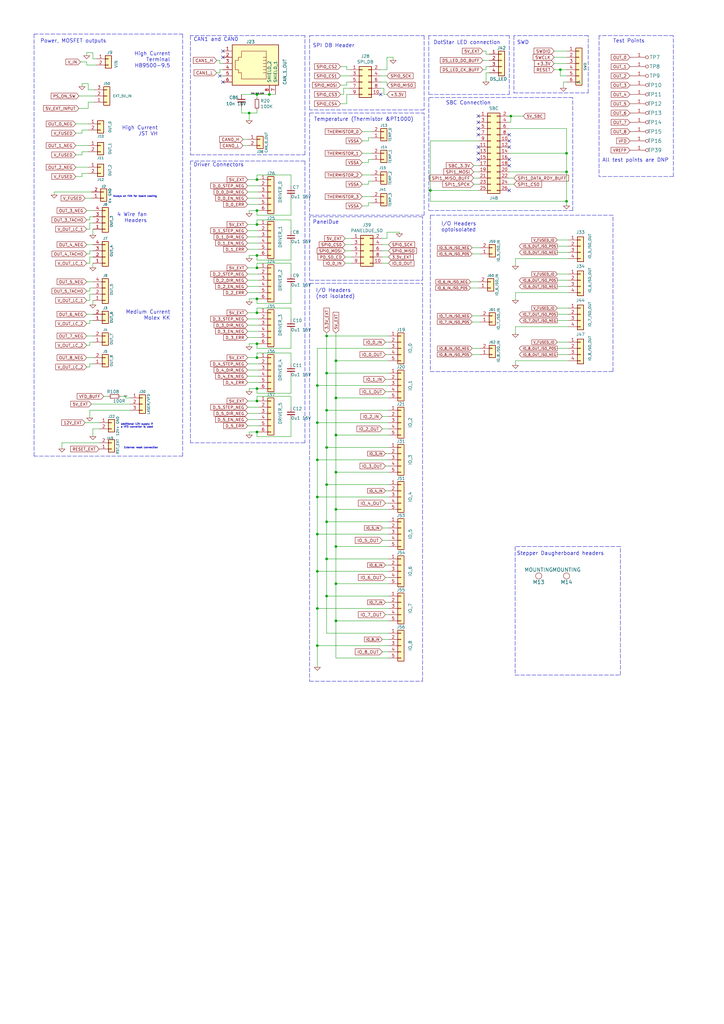
<source format=kicad_sch>
(kicad_sch (version 20211123) (generator eeschema)
  (paper "A3" portrait)
  (title_block (title "Duet 3 Main Board 6XD") (date "2023-02-22") (rev "1.01") (company "Duet3d") (comment 1 "(c) Duet3D"))
  (junction (at 137.795 254.635))
  (junction (at 130.175 158.115))
  (junction (at 209.55 47.625))
  (junction (at 105.41 128.27))
  (junction (at 130.175 234.315))
  (junction (at 133.985 153.035))
  (junction (at 232.41 70.485))
  (junction (at 105.41 104.775))
  (junction (at 137.795 163.195))
  (junction (at 105.41 164.465))
  (junction (at 102.235 46.355))
  (junction (at 130.175 188.595))
  (junction (at 105.41 73.66))
  (junction (at 105.41 92.075))
  (junction (at 133.985 183.515))
  (junction (at 130.175 203.835))
  (junction (at 130.175 264.795))
  (junction (at 137.795 208.915))
  (junction (at 229.87 28.575))
  (junction (at 137.795 178.435))
  (junction (at 110.49 38.735))
  (junction (at 105.41 146.685))
  (junction (at 133.985 198.755))
  (junction (at 105.41 177.165))
  (junction (at 130.175 173.355))
  (junction (at 105.41 38.735))
  (junction (at 130.175 249.555))
  (junction (at 105.41 140.97))
  (junction (at 232.41 82.55))
  (junction (at 232.41 62.865))
  (junction (at 105.41 159.385))
  (junction (at 176.53 78.105))
  (junction (at 105.41 86.36))
  (junction (at 133.985 229.235))
  (junction (at 137.795 193.675))
  (junction (at 105.41 122.555))
  (junction (at 133.985 213.995))
  (junction (at 130.175 219.075))
  (junction (at 137.795 224.155))
  (junction (at 133.985 244.475))
  (junction (at 105.41 109.855))
  (junction (at 137.795 147.955))
  (junction (at 133.985 137.795))
  (junction (at 133.985 168.275))
  (junction (at 137.795 239.395))
  (no_connect (at 196.215 65.405))
  (no_connect (at 196.215 60.325))
  (no_connect (at 156.21 38.735))
  (no_connect (at 196.215 47.625))
  (no_connect (at 208.915 67.945))
  (no_connect (at 90.17 31.115))
  (no_connect (at 91.44 33.655))
  (no_connect (at 196.215 62.865))
  (no_connect (at 196.215 52.705))
  (no_connect (at 196.215 55.245))
  (no_connect (at 196.215 50.165))
  (no_connect (at 91.44 23.495))
  (no_connect (at 208.915 60.325))
  (no_connect (at 208.915 78.105))
  (no_connect (at 208.915 55.245))
  (no_connect (at 91.44 20.955))
  (no_connect (at 208.915 57.785))
  (no_connect (at 208.915 65.405))
  (wire (pts (xy 36.195 41.91) (xy 38.735 41.91)))
  (wire (pts (xy 110.49 38.735) (xy 113.03 38.735)))
  (wire (pts (xy 143.51 31.115) (xy 139.7 31.115)))
  (wire (pts (xy 36.195 34.29) (xy 36.195 36.83)))
  (wire (pts (xy 151.13 74.295) (xy 152.4 74.295)))
  (wire (pts (xy 90.17 26.035) (xy 91.44 26.035)))
  (wire (pts (xy 133.985 153.035) (xy 133.985 168.275)))
  (wire (pts (xy 193.675 145.415) (xy 196.85 145.415)))
  (wire (pts (xy 119.38 117.475) (xy 119.38 124.46)))
  (wire (pts (xy 119.38 124.46) (xy 105.41 124.46)))
  (wire (pts (xy 36.83 90.17) (xy 35.56 90.17)))
  (wire (pts (xy 119.38 106.68) (xy 105.41 106.68)))
  (wire (pts (xy 137.795 178.435) (xy 159.385 178.435)))
  (wire (pts (xy 53.34 165.735) (xy 37.465 165.735)))
  (polyline (pts (xy 74.93 13.97) (xy 74.93 187.071)))
  (wire (pts (xy 142.24 28.575) (xy 143.51 28.575)))
  (wire (pts (xy 102.235 177.165) (xy 105.41 177.165)))
  (wire (pts (xy 228.6 114.935) (xy 233.045 114.935)))
  (wire (pts (xy 38.1 102.87) (xy 36.83 102.87)))
  (polyline (pts (xy 251.46 152.4) (xy 251.46 88.265)))
  (wire (pts (xy 133.985 229.235) (xy 133.985 213.995)))
  (wire (pts (xy 228.6 117.475) (xy 233.045 117.475)))
  (wire (pts (xy 101.6 73.66) (xy 105.41 73.66)))
  (wire (pts (xy 130.175 142.875) (xy 159.385 142.875)))
  (wire (pts (xy 143.51 33.655) (xy 142.24 33.655)))
  (wire (pts (xy 214.63 47.625) (xy 209.55 47.625)))
  (wire (pts (xy 194.31 67.945) (xy 196.215 67.945)))
  (wire (pts (xy 36.83 120.65) (xy 38.1 120.65)))
  (wire (pts (xy 158.75 95.25) (xy 158.75 97.79)))
  (polyline (pts (xy 125.095 63.5) (xy 125.095 14.605)))
  (wire (pts (xy 193.675 101.6) (xy 196.85 101.6)))
  (wire (pts (xy 156.845 221.615) (xy 159.385 221.615)))
  (wire (pts (xy 156.845 262.255) (xy 159.385 262.255)))
  (wire (pts (xy 137.795 163.195) (xy 137.795 178.435)))
  (wire (pts (xy 133.985 168.275) (xy 159.385 168.275)))
  (wire (pts (xy 194.31 73.025) (xy 196.215 73.025)))
  (wire (pts (xy 106.045 135.89) (xy 101.6 135.89)))
  (wire (pts (xy 148.59 57.785) (xy 151.13 57.785)))
  (wire (pts (xy 33.655 71.12) (xy 33.655 72.39)))
  (wire (pts (xy 233.045 106.045) (xy 211.455 106.045)))
  (polyline (pts (xy 74.93 187.071) (xy 13.97 187.071)))
  (wire (pts (xy 233.045 140.335) (xy 228.6 140.335)))
  (polyline (pts (xy 127 46.355) (xy 127 88.265)))
  (wire (pts (xy 157.48 38.735) (xy 157.48 36.195)))
  (polyline (pts (xy 127 114.935) (xy 173.355 114.935)))
  (polyline (pts (xy 78.105 63.5) (xy 125.095 63.5)))
  (wire (pts (xy 36.83 119.38) (xy 35.56 119.38)))
  (wire (pts (xy 137.795 254.635) (xy 137.795 269.875)))
  (wire (pts (xy 38.1 131.445) (xy 36.83 131.445)))
  (wire (pts (xy 137.795 208.915) (xy 137.795 224.155)))
  (wire (pts (xy 33.655 63.5) (xy 31.115 63.5)))
  (wire (pts (xy 101.6 92.075) (xy 105.41 92.075)))
  (wire (pts (xy 119.38 144.78) (xy 105.41 144.78)))
  (wire (pts (xy 130.175 158.115) (xy 130.175 173.355)))
  (wire (pts (xy 148.59 75.565) (xy 151.13 75.565)))
  (wire (pts (xy 53.34 168.275) (xy 36.83 168.275)))
  (wire (pts (xy 148.59 84.455) (xy 151.13 84.455)))
  (wire (pts (xy 159.385 231.775) (xy 158.115 231.775)))
  (wire (pts (xy 102.235 87.63) (xy 102.235 86.36)))
  (polyline (pts (xy 173.99 88.265) (xy 173.99 46.355)))
  (wire (pts (xy 130.175 219.075) (xy 130.175 234.315)))
  (wire (pts (xy 148.59 71.755) (xy 152.4 71.755)))
  (wire (pts (xy 36.83 123.19) (xy 36.83 120.65)))
  (wire (pts (xy 105.41 73.66) (xy 106.045 73.66)))
  (wire (pts (xy 38.1 115.57) (xy 35.56 115.57)))
  (wire (pts (xy 133.985 136.525) (xy 133.985 137.795)))
  (wire (pts (xy 106.045 156.845) (xy 101.6 156.845)))
  (wire (pts (xy 51.435 163.195) (xy 51.435 162.56)))
  (polyline (pts (xy 127 88.265) (xy 173.99 88.265)))
  (wire (pts (xy 176.53 78.105) (xy 196.215 78.105)))
  (wire (pts (xy 105.41 142.875) (xy 105.41 140.97)))
  (wire (pts (xy 227.33 23.495) (xy 232.41 23.495)))
  (wire (pts (xy 36.83 104.14) (xy 35.56 104.14)))
  (wire (pts (xy 36.195 71.12) (xy 33.655 71.12)))
  (wire (pts (xy 105.41 88.265) (xy 105.41 86.36)))
  (wire (pts (xy 228.6 131.445) (xy 233.045 131.445)))
  (wire (pts (xy 141.605 102.87) (xy 144.145 102.87)))
  (wire (pts (xy 137.795 193.675) (xy 137.795 208.915)))
  (wire (pts (xy 36.83 88.9) (xy 36.83 90.17)))
  (wire (pts (xy 208.915 70.485) (xy 232.41 70.485)))
  (wire (pts (xy 133.985 183.515) (xy 159.385 183.515)))
  (wire (pts (xy 105.41 140.97) (xy 106.045 140.97)))
  (wire (pts (xy 105.41 124.46) (xy 105.41 122.555)))
  (wire (pts (xy 227.33 28.575) (xy 229.87 28.575)))
  (wire (pts (xy 36.83 149.225) (xy 38.1 149.225)))
  (wire (pts (xy 38.1 93.98) (xy 38.1 96.52)))
  (wire (pts (xy 193.04 115.57) (xy 196.215 115.57)))
  (wire (pts (xy 105.41 45.085) (xy 105.41 46.355)))
  (wire (pts (xy 119.38 130.81) (xy 119.38 126.365)))
  (wire (pts (xy 36.83 102.87) (xy 36.83 104.14)))
  (wire (pts (xy 231.14 33.655) (xy 232.41 33.655)))
  (wire (pts (xy 130.175 219.075) (xy 159.385 219.075)))
  (wire (pts (xy 36.195 62.23) (xy 33.655 62.23)))
  (polyline (pts (xy 127 116.205) (xy 173.355 116.205)))
  (wire (pts (xy 119.38 71.755) (xy 105.41 71.755)))
  (polyline (pts (xy 125.095 181.61) (xy 78.105 181.61)))
  (wire (pts (xy 38.1 24.13) (xy 39.37 24.13)))
  (wire (pts (xy 106.045 78.74) (xy 101.6 78.74)))
  (wire (pts (xy 142.24 28.575) (xy 142.24 27.305)))
  (wire (pts (xy 32.385 44.45) (xy 36.195 44.45)))
  (wire (pts (xy 130.175 188.595) (xy 159.385 188.595)))
  (wire (pts (xy 106.045 81.28) (xy 101.6 81.28)))
  (polyline (pts (xy 175.895 14.605) (xy 175.895 38.735)))
  (wire (pts (xy 119.38 88.265) (xy 105.41 88.265)))
  (wire (pts (xy 90.17 29.845) (xy 90.17 28.575)))
  (wire (pts (xy 119.38 112.395) (xy 119.38 107.95)))
  (wire (pts (xy 51.435 162.56) (xy 49.53 162.56)))
  (wire (pts (xy 106.045 120.015) (xy 101.6 120.015)))
  (wire (pts (xy 233.045 147.955) (xy 211.455 147.955)))
  (wire (pts (xy 159.385 145.415) (xy 158.115 145.415)))
  (wire (pts (xy 211.455 149.86) (xy 211.455 147.955)))
  (wire (pts (xy 106.045 102.235) (xy 101.6 102.235)))
  (wire (pts (xy 159.385 198.755) (xy 133.985 198.755)))
  (wire (pts (xy 199.39 22.225) (xy 200.66 22.225)))
  (wire (pts (xy 38.1 146.685) (xy 35.56 146.685)))
  (wire (pts (xy 156.845 100.33) (xy 159.385 100.33)))
  (wire (pts (xy 163.83 95.885) (xy 163.83 95.25)))
  (wire (pts (xy 159.385 244.475) (xy 133.985 244.475)))
  (wire (pts (xy 156.845 175.895) (xy 159.385 175.895)))
  (wire (pts (xy 233.045 98.425) (xy 228.6 98.425)))
  (wire (pts (xy 36.83 140.335) (xy 36.83 141.605)))
  (wire (pts (xy 232.41 62.865) (xy 232.41 52.705)))
  (polyline (pts (xy 127 14.605) (xy 173.99 14.605)))
  (polyline (pts (xy 173.355 88.9) (xy 127 88.9)))
  (wire (pts (xy 199.39 33.655) (xy 199.39 29.845)))
  (wire (pts (xy 130.175 264.795) (xy 159.385 264.795)))
  (polyline (pts (xy 127 116.205) (xy 127 279.4)))
  (polyline (pts (xy 78.105 14.605) (xy 78.105 63.5)))
  (wire (pts (xy 137.795 136.525) (xy 137.795 147.955)))
  (wire (pts (xy 148.59 53.975) (xy 152.4 53.975)))
  (wire (pts (xy 198.12 28.575) (xy 199.39 28.575)))
  (wire (pts (xy 102.235 86.36) (xy 105.41 86.36)))
  (wire (pts (xy 119.38 154.305) (xy 119.38 161.29)))
  (polyline (pts (xy 210.82 14.605) (xy 210.82 38.1)))
  (wire (pts (xy 105.41 107.95) (xy 105.41 109.855)))
  (wire (pts (xy 101.6 59.69) (xy 99.695 59.69)))
  (wire (pts (xy 209.55 47.625) (xy 208.915 47.625)))
  (wire (pts (xy 36.83 91.44) (xy 36.83 93.98)))
  (wire (pts (xy 40.64 181.61) (xy 25.4 181.61)))
  (wire (pts (xy 130.175 264.795) (xy 130.175 273.685)))
  (polyline (pts (xy 127 88.9) (xy 127 114.935)))
  (wire (pts (xy 227.33 20.955) (xy 232.41 20.955)))
  (wire (pts (xy 90.17 28.575) (xy 91.44 28.575)))
  (wire (pts (xy 53.34 163.195) (xy 51.435 163.195)))
  (wire (pts (xy 105.41 122.555) (xy 106.045 122.555)))
  (wire (pts (xy 137.795 224.155) (xy 137.795 239.395)))
  (wire (pts (xy 176.53 82.55) (xy 176.53 78.105)))
  (wire (pts (xy 156.845 107.95) (xy 159.385 107.95)))
  (wire (pts (xy 199.39 27.305) (xy 200.66 27.305)))
  (wire (pts (xy 232.41 52.705) (xy 208.915 52.705)))
  (wire (pts (xy 193.675 142.875) (xy 196.85 142.875)))
  (wire (pts (xy 31.115 68.58) (xy 36.195 68.58)))
  (wire (pts (xy 101.6 167.005) (xy 106.045 167.005)))
  (wire (pts (xy 137.795 147.955) (xy 159.385 147.955)))
  (wire (pts (xy 38.1 175.895) (xy 38.1 179.07)))
  (wire (pts (xy 102.235 104.775) (xy 105.41 104.775)))
  (wire (pts (xy 232.41 70.485) (xy 232.41 82.55)))
  (wire (pts (xy 228.6 103.505) (xy 233.045 103.505)))
  (wire (pts (xy 105.41 177.165) (xy 106.045 177.165)))
  (wire (pts (xy 140.97 36.195) (xy 140.97 38.735)))
  (wire (pts (xy 90.17 31.115) (xy 91.44 31.115)))
  (polyline (pts (xy 175.895 40.005) (xy 175.895 86.36)))
  (wire (pts (xy 102.235 122.555) (xy 105.41 122.555)))
  (wire (pts (xy 106.045 174.625) (xy 101.6 174.625)))
  (wire (pts (xy 199.39 29.845) (xy 200.66 29.845)))
  (polyline (pts (xy 125.095 66.04) (xy 78.105 66.04)))
  (wire (pts (xy 38.1 109.855) (xy 38.1 107.95)))
  (wire (pts (xy 25.4 184.15) (xy 25.4 181.61)))
  (wire (pts (xy 157.48 36.195) (xy 156.21 36.195)))
  (wire (pts (xy 119.38 126.365) (xy 105.41 126.365)))
  (wire (pts (xy 208.915 62.865) (xy 232.41 62.865)))
  (polyline (pts (xy 208.915 14.605) (xy 175.895 14.605)))
  (wire (pts (xy 105.41 128.27) (xy 106.045 128.27)))
  (wire (pts (xy 36.195 34.29) (xy 33.655 34.29)))
  (wire (pts (xy 199.39 28.575) (xy 199.39 27.305)))
  (wire (pts (xy 142.24 42.545) (xy 142.24 38.735)))
  (wire (pts (xy 142.24 34.925) (xy 139.7 34.925)))
  (wire (pts (xy 36.83 107.95) (xy 36.83 105.41)))
  (wire (pts (xy 35.56 107.95) (xy 36.83 107.95)))
  (wire (pts (xy 156.845 105.41) (xy 159.385 105.41)))
  (wire (pts (xy 101.6 130.81) (xy 106.045 130.81)))
  (wire (pts (xy 159.385 191.135) (xy 158.115 191.135)))
  (wire (pts (xy 159.385 155.575) (xy 158.115 155.575)))
  (wire (pts (xy 228.6 100.965) (xy 233.045 100.965)))
  (wire (pts (xy 159.385 236.855) (xy 158.115 236.855)))
  (wire (pts (xy 102.235 160.655) (xy 102.235 159.385)))
  (wire (pts (xy 99.695 57.15) (xy 101.6 57.15)))
  (wire (pts (xy 101.6 146.685) (xy 105.41 146.685)))
  (polyline (pts (xy 173.99 45.085) (xy 127 45.085)))
  (wire (pts (xy 99.06 38.735) (xy 105.41 38.735)))
  (wire (pts (xy 139.7 42.545) (xy 142.24 42.545)))
  (wire (pts (xy 106.045 154.305) (xy 101.6 154.305)))
  (wire (pts (xy 227.33 26.035) (xy 232.41 26.035)))
  (wire (pts (xy 101.6 109.855) (xy 105.41 109.855)))
  (polyline (pts (xy 245.745 14.605) (xy 245.745 72.39)))
  (wire (pts (xy 232.41 70.485) (xy 232.41 62.865)))
  (wire (pts (xy 156.845 267.335) (xy 159.385 267.335)))
  (wire (pts (xy 151.13 84.455) (xy 151.13 83.185)))
  (polyline (pts (xy 127 279.4) (xy 173.355 279.4)))
  (wire (pts (xy 119.38 94.615) (xy 119.38 90.17)))
  (wire (pts (xy 196.215 57.785) (xy 176.53 57.785)))
  (wire (pts (xy 106.045 117.475) (xy 101.6 117.475)))
  (wire (pts (xy 158.115 160.655) (xy 159.385 160.655)))
  (wire (pts (xy 159.385 203.835) (xy 130.175 203.835)))
  (wire (pts (xy 159.385 158.115) (xy 130.175 158.115)))
  (polyline (pts (xy 210.82 38.1) (xy 241.3 38.1)))
  (wire (pts (xy 233.045 112.395) (xy 228.6 112.395)))
  (wire (pts (xy 141.605 105.41) (xy 144.145 105.41)))
  (wire (pts (xy 36.83 168.275) (xy 36.83 171.45)))
  (polyline (pts (xy 276.225 72.39) (xy 276.225 14.605)))
  (wire (pts (xy 151.13 56.515) (xy 152.4 56.515)))
  (wire (pts (xy 36.83 118.11) (xy 36.83 119.38)))
  (wire (pts (xy 137.795 239.395) (xy 137.795 254.635)))
  (wire (pts (xy 90.17 24.765) (xy 90.17 26.035)))
  (polyline (pts (xy 173.99 14.605) (xy 173.99 45.085)))
  (wire (pts (xy 44.45 162.56) (xy 42.545 162.56)))
  (wire (pts (xy 101.6 94.615) (xy 106.045 94.615)))
  (wire (pts (xy 36.83 105.41) (xy 38.1 105.41)))
  (polyline (pts (xy 13.97 187.071) (xy 13.97 13.97)))
  (wire (pts (xy 232.41 82.55) (xy 176.53 82.55)))
  (wire (pts (xy 142.24 33.655) (xy 142.24 34.925)))
  (wire (pts (xy 130.175 188.595) (xy 130.175 203.835)))
  (wire (pts (xy 101.6 128.27) (xy 105.41 128.27)))
  (wire (pts (xy 151.13 75.565) (xy 151.13 74.295)))
  (wire (pts (xy 33.655 72.39) (xy 31.115 72.39)))
  (wire (pts (xy 158.75 33.655) (xy 156.21 33.655)))
  (wire (pts (xy 143.51 36.195) (xy 140.97 36.195)))
  (polyline (pts (xy 276.225 14.605) (xy 245.745 14.605)))
  (wire (pts (xy 137.795 147.955) (xy 137.795 163.195)))
  (wire (pts (xy 133.985 183.515) (xy 133.985 168.275)))
  (wire (pts (xy 105.41 38.735) (xy 110.49 38.735)))
  (wire (pts (xy 38.1 91.44) (xy 36.83 91.44)))
  (polyline (pts (xy 234.95 40.005) (xy 175.895 40.005)))
  (wire (pts (xy 198.12 24.765) (xy 200.66 24.765)))
  (wire (pts (xy 101.6 149.225) (xy 106.045 149.225)))
  (wire (pts (xy 102.235 159.385) (xy 105.41 159.385)))
  (wire (pts (xy 105.41 179.07) (xy 105.41 177.165)))
  (wire (pts (xy 106.045 83.82) (xy 101.6 83.82)))
  (wire (pts (xy 158.75 38.735) (xy 157.48 38.735)))
  (wire (pts (xy 231.14 36.195) (xy 231.14 33.655)))
  (polyline (pts (xy 241.3 14.605) (xy 210.82 14.605)))
  (wire (pts (xy 99.06 43.815) (xy 99.06 46.355)))
  (wire (pts (xy 119.38 81.28) (xy 119.38 88.265)))
  (wire (pts (xy 31.115 50.8) (xy 36.195 50.8)))
  (wire (pts (xy 119.38 149.225) (xy 119.38 144.78)))
  (wire (pts (xy 194.31 70.485) (xy 196.215 70.485)))
  (wire (pts (xy 193.675 129.54) (xy 196.85 129.54)))
  (wire (pts (xy 119.38 107.95) (xy 105.41 107.95)))
  (wire (pts (xy 40.64 175.895) (xy 38.1 175.895)))
  (wire (pts (xy 193.675 104.14) (xy 196.85 104.14)))
  (wire (pts (xy 106.045 172.085) (xy 101.6 172.085)))
  (wire (pts (xy 33.655 62.23) (xy 33.655 63.5)))
  (wire (pts (xy 33.655 53.34) (xy 33.655 54.61)))
  (wire (pts (xy 156.845 216.535) (xy 159.385 216.535)))
  (wire (pts (xy 105.41 146.685) (xy 106.045 146.685)))
  (polyline (pts (xy 176.53 88.265) (xy 176.53 152.4)))
  (wire (pts (xy 106.045 114.935) (xy 101.6 114.935)))
  (wire (pts (xy 211.455 123.19) (xy 211.455 120.015)))
  (wire (pts (xy 137.795 224.155) (xy 159.385 224.155)))
  (polyline (pts (xy 234.95 86.36) (xy 175.895 86.36)))
  (wire (pts (xy 101.6 76.2) (xy 106.045 76.2)))
  (polyline (pts (xy 78.105 66.04) (xy 78.105 181.61)))
  (wire (pts (xy 159.385 186.055) (xy 158.115 186.055)))
  (wire (pts (xy 159.385 247.015) (xy 158.115 247.015)))
  (wire (pts (xy 102.235 178.435) (xy 102.235 177.165)))
  (wire (pts (xy 141.605 97.79) (xy 144.145 97.79)))
  (polyline (pts (xy 125.095 14.605) (xy 78.105 14.605)))
  (wire (pts (xy 119.38 161.29) (xy 105.41 161.29)))
  (wire (pts (xy 151.13 66.675) (xy 151.13 65.405)))
  (wire (pts (xy 119.38 135.89) (xy 119.38 142.875)))
  (wire (pts (xy 105.41 71.755) (xy 105.41 73.66)))
  (wire (pts (xy 159.385 163.195) (xy 137.795 163.195)))
  (wire (pts (xy 211.455 137.16) (xy 211.455 133.985)))
  (wire (pts (xy 130.175 203.835) (xy 130.175 219.075)))
  (wire (pts (xy 158.115 252.095) (xy 159.385 252.095)))
  (wire (pts (xy 163.83 95.25) (xy 158.75 95.25)))
  (wire (pts (xy 159.385 254.635) (xy 137.795 254.635)))
  (wire (pts (xy 102.235 140.97) (xy 105.41 140.97)))
  (wire (pts (xy 159.385 140.335) (xy 158.115 140.335)))
  (wire (pts (xy 35.56 86.36) (xy 38.1 86.36)))
  (wire (pts (xy 148.59 62.865) (xy 152.4 62.865)))
  (wire (pts (xy 105.41 162.56) (xy 105.41 164.465)))
  (wire (pts (xy 35.56 21.59) (xy 38.1 21.59)))
  (wire (pts (xy 151.13 57.785) (xy 151.13 56.515)))
  (wire (pts (xy 208.915 73.025) (xy 210.82 73.025)))
  (wire (pts (xy 38.1 88.9) (xy 36.83 88.9)))
  (wire (pts (xy 33.655 35.56) (xy 33.655 34.29)))
  (wire (pts (xy 156.845 170.815) (xy 159.385 170.815)))
  (wire (pts (xy 140.97 38.735) (xy 139.7 38.735)))
  (polyline (pts (xy 125.095 66.04) (xy 125.095 181.61)))
  (wire (pts (xy 133.985 244.475) (xy 133.985 229.235)))
  (wire (pts (xy 229.87 28.575) (xy 229.87 31.115)))
  (polyline (pts (xy 208.915 38.735) (xy 208.915 14.605)))
  (wire (pts (xy 148.59 66.675) (xy 151.13 66.675)))
  (polyline (pts (xy 234.95 86.36) (xy 234.95 40.005)))
  (wire (pts (xy 105.41 90.17) (xy 105.41 92.075)))
  (wire (pts (xy 106.045 99.695) (xy 101.6 99.695)))
  (wire (pts (xy 141.605 107.95) (xy 144.145 107.95)))
  (wire (pts (xy 233.045 120.015) (xy 211.455 120.015)))
  (wire (pts (xy 106.045 138.43) (xy 101.6 138.43)))
  (wire (pts (xy 137.795 269.875) (xy 159.385 269.875)))
  (wire (pts (xy 105.41 144.78) (xy 105.41 146.685)))
  (wire (pts (xy 133.985 137.795) (xy 133.985 153.035)))
  (wire (pts (xy 35.56 26.67) (xy 35.56 25.4)))
  (wire (pts (xy 34.925 173.355) (xy 40.64 173.355)))
  (wire (pts (xy 209.55 47.625) (xy 209.55 50.165)))
  (wire (pts (xy 101.6 112.395) (xy 106.045 112.395)))
  (polyline (pts (xy 175.895 38.735) (xy 208.915 38.735)))
  (wire (pts (xy 32.385 39.37) (xy 38.735 39.37)))
  (wire (pts (xy 38.1 137.795) (xy 35.56 137.795)))
  (polyline (pts (xy 254.508 276.86) (xy 254.508 224.155)))
  (wire (pts (xy 36.195 36.83) (xy 38.735 36.83)))
  (wire (pts (xy 232.41 84.455) (xy 232.41 82.55)))
  (wire (pts (xy 159.385 201.295) (xy 158.115 201.295)))
  (wire (pts (xy 38.1 21.59) (xy 38.1 24.13)))
  (wire (pts (xy 105.41 126.365) (xy 105.41 128.27)))
  (wire (pts (xy 194.31 75.565) (xy 196.215 75.565)))
  (wire (pts (xy 130.175 249.555) (xy 130.175 264.795)))
  (wire (pts (xy 159.385 249.555) (xy 130.175 249.555)))
  (wire (pts (xy 133.985 137.795) (xy 159.385 137.795)))
  (wire (pts (xy 142.24 27.305) (xy 139.7 27.305)))
  (wire (pts (xy 210.82 75.565) (xy 208.915 75.565)))
  (wire (pts (xy 158.75 31.115) (xy 156.21 31.115)))
  (wire (pts (xy 105.41 92.075) (xy 106.045 92.075)))
  (wire (pts (xy 38.1 125.095) (xy 38.1 123.19)))
  (polyline (pts (xy 276.225 72.39) (xy 245.745 72.39)))
  (wire (pts (xy 38.1 118.11) (xy 36.83 118.11)))
  (wire (pts (xy 105.41 109.855) (xy 106.045 109.855)))
  (wire (pts (xy 130.175 173.355) (xy 159.385 173.355)))
  (wire (pts (xy 35.56 22.86) (xy 35.56 21.59)))
  (wire (pts (xy 133.985 198.755) (xy 133.985 183.515)))
  (wire (pts (xy 119.38 179.07) (xy 105.41 179.07)))
  (wire (pts (xy 102.235 49.53) (xy 102.235 46.355)))
  (polyline (pts (xy 127 46.355) (xy 173.99 46.355)))
  (wire (pts (xy 36.83 93.98) (xy 35.56 93.98)))
  (wire (pts (xy 102.235 46.355) (xy 105.41 46.355)))
  (wire (pts (xy 106.045 133.35) (xy 101.6 133.35)))
  (wire (pts (xy 37.465 81.28) (xy 34.925 81.28)))
  (wire (pts (xy 102.235 106.045) (xy 102.235 104.775)))
  (wire (pts (xy 105.41 106.68) (xy 105.41 104.775)))
  (polyline (pts (xy 251.46 88.265) (xy 176.53 88.265)))
  (wire (pts (xy 211.455 109.22) (xy 211.455 106.045)))
  (wire (pts (xy 130.175 234.315) (xy 130.175 249.555)))
  (wire (pts (xy 141.605 100.33) (xy 144.145 100.33)))
  (wire (pts (xy 159.385 153.035) (xy 133.985 153.035)))
  (wire (pts (xy 105.41 161.29) (xy 105.41 159.385)))
  (wire (pts (xy 229.87 31.115) (xy 232.41 31.115)))
  (wire (pts (xy 199.39 20.955) (xy 199.39 22.225)))
  (wire (pts (xy 101.6 164.465) (xy 105.41 164.465)))
  (polyline (pts (xy 173.355 279.4) (xy 173.355 116.205)))
  (wire (pts (xy 130.175 234.315) (xy 159.385 234.315)))
  (wire (pts (xy 176.53 57.785) (xy 176.53 78.105)))
  (wire (pts (xy 22.225 78.74) (xy 22.225 80.01)))
  (wire (pts (xy 161.29 24.765) (xy 161.29 23.495)))
  (wire (pts (xy 142.24 38.735) (xy 143.51 38.735)))
  (wire (pts (xy 133.985 213.995) (xy 133.985 198.755)))
  (wire (pts (xy 158.75 23.495) (xy 158.75 28.575)))
  (wire (pts (xy 38.1 100.33) (xy 35.56 100.33)))
  (wire (pts (xy 137.795 178.435) (xy 137.795 193.675)))
  (polyline (pts (xy 173.355 114.935) (xy 173.355 88.9)))
  (wire (pts (xy 233.045 133.985) (xy 211.455 133.985)))
  (wire (pts (xy 105.41 86.36) (xy 106.045 86.36)))
  (wire (pts (xy 119.38 167.005) (xy 119.38 162.56)))
  (wire (pts (xy 137.795 193.675) (xy 159.385 193.675)))
  (wire (pts (xy 36.83 132.715) (xy 35.56 132.715)))
  (wire (pts (xy 36.83 149.225) (xy 36.83 150.495)))
  (wire (pts (xy 119.38 172.085) (xy 119.38 179.07)))
  (wire (pts (xy 133.985 259.715) (xy 133.985 244.475)))
  (wire (pts (xy 229.87 28.575) (xy 232.41 28.575)))
  (wire (pts (xy 36.195 44.45) (xy 36.195 41.91)))
  (wire (pts (xy 36.83 141.605) (xy 35.56 141.605)))
  (wire (pts (xy 37.465 78.74) (xy 22.225 78.74)))
  (wire (pts (xy 228.6 142.875) (xy 233.045 142.875)))
  (wire (pts (xy 106.045 169.545) (xy 101.6 169.545)))
  (wire (pts (xy 158.115 206.375) (xy 159.385 206.375)))
  (wire (pts (xy 119.38 99.695) (xy 119.38 106.68)))
  (wire (pts (xy 151.13 83.185) (xy 152.4 83.185)))
  (polyline (pts (xy 13.97 13.97) (xy 74.93 13.97)))
  (wire (pts (xy 106.045 97.155) (xy 101.6 97.155)))
  (wire (pts (xy 102.235 123.825) (xy 102.235 122.555)))
  (wire (pts (xy 151.13 65.405) (xy 152.4 65.405)))
  (wire (pts (xy 158.75 97.79) (xy 156.845 97.79)))
  (wire (pts (xy 137.795 239.395) (xy 159.385 239.395)))
  (wire (pts (xy 228.6 128.905) (xy 233.045 128.905)))
  (wire (pts (xy 36.83 131.445) (xy 36.83 132.715)))
  (wire (pts (xy 35.56 123.19) (xy 36.83 123.19)))
  (wire (pts (xy 228.6 145.415) (xy 233.045 145.415)))
  (wire (pts (xy 35.56 128.905) (xy 38.1 128.905)))
  (polyline (pts (xy 176.53 152.4) (xy 251.46 152.4)))
  (wire (pts (xy 159.385 208.915) (xy 137.795 208.915)))
  (polyline (pts (xy 211.328 276.86) (xy 254.508 276.86)))
  (wire (pts (xy 133.985 213.995) (xy 159.385 213.995)))
  (wire (pts (xy 158.75 34.925) (xy 158.75 33.655)))
  (wire (pts (xy 158.75 28.575) (xy 156.21 28.575)))
  (wire (pts (xy 130.175 142.875) (xy 130.175 158.115)))
  (wire (pts (xy 119.38 76.2) (xy 119.38 71.755)))
  (wire (pts (xy 106.045 151.765) (xy 101.6 151.765)))
  (wire (pts (xy 233.045 126.365) (xy 228.6 126.365)))
  (wire (pts (xy 105.41 164.465) (xy 106.045 164.465)))
  (wire (pts (xy 198.12 20.955) (xy 199.39 20.955)))
  (wire (pts (xy 119.38 162.56) (xy 105.41 162.56)))
  (wire (pts (xy 105.41 159.385) (xy 106.045 159.385)))
  (wire (pts (xy 130.175 173.355) (xy 130.175 188.595)))
  (wire (pts (xy 102.235 142.24) (xy 102.235 140.97)))
  (wire (pts (xy 119.38 142.875) (xy 105.41 142.875)))
  (wire (pts (xy 38.1 140.335) (xy 36.83 140.335)))
  (polyline (pts (xy 254.508 224.155) (xy 211.328 224.155)))
  (wire (pts (xy 193.675 132.08) (xy 196.85 132.08)))
  (wire (pts (xy 88.9 24.765) (xy 90.17 24.765)))
  (wire (pts (xy 133.985 259.715) (xy 159.385 259.715)))
  (wire (pts (xy 133.985 229.235) (xy 159.385 229.235)))
  (wire (pts (xy 99.06 46.355) (xy 102.235 46.355)))
  (wire (pts (xy 105.41 104.775) (xy 106.045 104.775)))
  (wire (pts (xy 33.655 54.61) (xy 31.115 54.61)))
  (wire (pts (xy 119.38 90.17) (xy 105.41 90.17)))
  (wire (pts (xy 193.04 118.11) (xy 196.215 118.11)))
  (wire (pts (xy 31.115 59.69) (xy 36.195 59.69)))
  (wire (pts (xy 161.29 23.495) (xy 158.75 23.495)))
  (polyline (pts (xy 211.328 224.155) (xy 211.328 276.86)))
  (wire (pts (xy 105.41 40.005) (xy 105.41 38.735)))
  (wire (pts (xy 36.83 150.495) (xy 35.56 150.495)))
  (wire (pts (xy 88.9 29.845) (xy 90.17 29.845)))
  (polyline (pts (xy 127 45.085) (xy 127 14.605)))
  (wire (pts (xy 35.56 26.67) (xy 39.37 26.67)))
  (wire (pts (xy 36.195 53.34) (xy 33.655 53.34)))
  (wire (pts (xy 35.56 25.4) (xy 33.02 25.4)))
  (wire (pts (xy 156.845 102.87) (xy 159.385 102.87)))
  (wire (pts (xy 148.59 80.645) (xy 152.4 80.645)))
  (wire (pts (xy 209.55 50.165) (xy 208.915 50.165)))
  (polyline (pts (xy 241.3 38.1) (xy 241.3 14.605)))
  (text "I/O Headers\n(not isolated)" (at 129.54 122.555 0) (effects (font (size 1.524 1.524)) (justify left bottom)))
  (text "Always on FAN for board cooling" (at 46.355 81.026 0) (effects (font (size 0.7112 0.7112)) (justify left bottom)))
  (text "External reset connection" (at 50.8 184.15 0) (effects (font (size 0.7112 0.7112)) (justify left bottom)))
  (text "I/O Headers\noptoisolated" (at 180.975 95.25 0) (effects (font (size 1.524 1.524)) (justify left bottom)))
  (text "Power, MOSFET outputs" (at 16.51 17.78 0) (effects (font (size 1.524 1.524)) (justify left bottom)))
  (text "High Current\nJST VH" (at 64.77 55.88 180) (effects (font (size 1.524 1.524)) (justify right bottom)))
  (text "additional 12V supply if\na VFD convertor is used" (at 49.53 175.641 0) (effects (font (size 0.7112 0.7112)) (justify left bottom)))
  (text "SWD" (at 212.09 18.415 0) (effects (font (size 1.524 1.524)) (justify left bottom)))
  (text "SBC Connection" (at 182.88 43.18 0) (effects (font (size 1.524 1.524)) (justify left bottom)))
  (text "All test points are DNP" (at 274.32 66.675 180) (effects (font (size 1.524 1.524)) (justify right bottom)))
  (text "High Current\nTerminal\nHB9500-9.5" (at 69.85 27.94 180) (effects (font (size 1.524 1.524)) (justify right bottom)))
  (text "SPI DB Header" (at 128.27 19.685 0) (effects (font (size 1.524 1.524)) (justify left bottom)))
  (text "DotStar LED connection" (at 177.8 18.415 0) (effects (font (size 1.524 1.524)) (justify left bottom)))
  (text "4 Wire fan\nHeaders" (at 60.325 91.44 180) (effects (font (size 1.524 1.524)) (justify right bottom)))
  (text "Temperature (Thermistor &PT1000)" (at 128.778 49.911 0) (effects (font (size 1.524 1.524)) (justify left bottom)))
  (text "CAN1 and CAN0" (at 79.375 17.145 0) (effects (font (size 1.524 1.524)) (justify left bottom)))
  (text "PanelDue" (at 128.27 92.075 0) (effects (font (size 1.524 1.524)) (justify left bottom)))
  (text "Medium Current\nMolex KK" (at 69.85 131.445 180) (effects (font (size 1.524 1.524)) (justify right bottom)))
  (text "Stepper Daugherboard headers" (at 211.963 227.965 0) (effects (font (size 1.524 1.524)) (justify left bottom)))
  (text "Test Points" (at 251.46 17.78 0) (effects (font (size 1.524 1.524)) (justify left bottom)))
  (text "Driver Connectors" (at 79.375 68.58 0) (effects (font (size 1.524 1.524)) (justify left bottom)))
  (label "vfd_conn" (at 50.8 162.56 0) (effects (font (size 0.2032 0.2032))))
  (label "CAN_SHD_GND" (at 102.87 38.735 0) (effects (font (size 0.508 0.508))))
  (global_label "IO_7_IN_ISO_NEG" (shape input) (at 193.675 129.54 180) (effects (font (size 0.9906 0.9906))) (property "Intersheet References" "${INTERSHEET_REFS}" (effects hide)))
  (global_label "DS_LED_DO_BUFF" (shape input) (at 198.12 24.765 180) (effects (font (size 1.1938 1.1938))) (property "Intersheet References" "${INTERSHEET_REFS}" (effects hide)))
  (global_label "+3.3V" (shape input) (at 158.75 38.735 0) (effects (font (size 1.1938 1.1938))) (property "Intersheet References" "${INTERSHEET_REFS}" (effects hide)))
  (global_label "IO_0_IN" (shape input) (at 158.115 140.335 180) (effects (font (size 1.1938 1.1938))) (property "Intersheet References" "${INTERSHEET_REFS}" (effects hide)))
  (global_label "IO_5_IN_ISO_NEG" (shape input) (at 193.675 101.6 180) (effects (font (size 0.9906 0.9906))) (property "Intersheet References" "${INTERSHEET_REFS}" (effects hide)))
  (global_label "IO_5_OUT_ISO_NEG" (shape output) (at 228.6 103.505 180) (effects (font (size 0.9906 0.9906))) (property "Intersheet References" "${INTERSHEET_REFS}" (effects hide)))
  (global_label "V_FUSED_IO" (shape input) (at 228.6 112.395 180) (effects (font (size 0.9906 0.9906))) (property "Intersheet References" "${INTERSHEET_REFS}" (effects hide)))
  (global_label "V_FUSED_IO" (shape input) (at 228.6 140.335 180) (effects (font (size 0.9906 0.9906))) (property "Intersheet References" "${INTERSHEET_REFS}" (effects hide)))
  (global_label "OUT_6_NEG" (shape input) (at 35.56 128.905 180) (effects (font (size 1.1938 1.1938))) (property "Intersheet References" "${INTERSHEET_REFS}" (effects hide)))
  (global_label "OUT_0_NEG" (shape input) (at 31.115 50.8 180) (effects (font (size 1.1938 1.1938))) (property "Intersheet References" "${INTERSHEET_REFS}" (effects hide)))
  (global_label "OUT_5" (shape input) (at 258.445 42.545 180) (effects (font (size 1.1938 1.1938))) (property "Intersheet References" "${INTERSHEET_REFS}" (effects hide)))
  (global_label "OUT_4_NEG" (shape input) (at 35.56 100.33 180) (effects (font (size 1.1938 1.1938))) (property "Intersheet References" "${INTERSHEET_REFS}" (effects hide)))
  (global_label "V_OUT_LC_1" (shape input) (at 35.56 107.95 180) (effects (font (size 1.1938 1.1938))) (property "Intersheet References" "${INTERSHEET_REFS}" (effects hide)))
  (global_label "D_1_EN_NEG" (shape input) (at 101.6 99.695 180) (effects (font (size 1.1938 1.1938))) (property "Intersheet References" "${INTERSHEET_REFS}" (effects hide)))
  (global_label "V_FUSED_IO" (shape input) (at 228.6 98.425 180) (effects (font (size 0.9906 0.9906))) (property "Intersheet References" "${INTERSHEET_REFS}" (effects hide)))
  (global_label "SPI0_MISO" (shape input) (at 159.385 102.87 0) (effects (font (size 1.1938 1.1938))) (property "Intersheet References" "${INTERSHEET_REFS}" (effects hide)))
  (global_label "OUT_6" (shape input) (at 258.445 46.355 180) (effects (font (size 1.1938 1.1938))) (property "Intersheet References" "${INTERSHEET_REFS}" (effects hide)))
  (global_label "D_4_STEP_NEG" (shape input) (at 101.6 149.225 180) (effects (font (size 1.1938 1.1938))) (property "Intersheet References" "${INTERSHEET_REFS}" (effects hide)))
  (global_label "IO_6_IN_ISO_POS" (shape input) (at 193.04 118.11 180) (effects (font (size 0.9906 0.9906))) (property "Intersheet References" "${INTERSHEET_REFS}" (effects hide)))
  (global_label "IO_8_IN" (shape input) (at 156.845 262.255 180) (effects (font (size 0.9906 0.9906))) (property "Intersheet References" "${INTERSHEET_REFS}" (effects hide)))
  (global_label "SPI0_CS0" (shape input) (at 141.605 100.33 180) (effects (font (size 1.1938 1.1938))) (property "Intersheet References" "${INTERSHEET_REFS}" (effects hide)))
  (global_label "VSSA" (shape input) (at 148.59 84.455 180) (effects (font (size 1.1938 1.1938))) (property "Intersheet References" "${INTERSHEET_REFS}" (effects hide)))
  (global_label "OUT_4" (shape input) (at 258.445 38.735 180) (effects (font (size 1.1938 1.1938))) (property "Intersheet References" "${INTERSHEET_REFS}" (effects hide)))
  (global_label "IO_1_OUT" (shape input) (at 158.115 160.655 180) (effects (font (size 1.1938 1.1938))) (property "Intersheet References" "${INTERSHEET_REFS}" (effects hide)))
  (global_label "IO_5_OUT" (shape input) (at 156.845 221.615 180) (property "Intersheet References" "${INTERSHEET_REFS}" (effects hide)))
  (global_label "D_2_EN_NEG" (shape input) (at 101.6 117.475 180) (effects (font (size 1.1938 1.1938))) (property "Intersheet References" "${INTERSHEET_REFS}" (effects hide)))
  (global_label "SPI0_SCK" (shape input) (at 158.75 31.115 0) (effects (font (size 1.1938 1.1938))) (property "Intersheet References" "${INTERSHEET_REFS}" (effects hide)))
  (global_label "PS_ON_SW" (shape input) (at 32.385 39.37 180) (effects (font (size 1.1938 1.1938))) (property "Intersheet References" "${INTERSHEET_REFS}" (effects hide)))
  (global_label "IO_0_IN" (shape input) (at 141.605 107.95 180) (effects (font (size 1.1938 1.1938))) (property "Intersheet References" "${INTERSHEET_REFS}" (effects hide)))
  (global_label "OUT_7_NEG" (shape input) (at 35.56 137.795 180) (effects (font (size 1.1938 1.1938))) (property "Intersheet References" "${INTERSHEET_REFS}" (effects hide)))
  (global_label "5V_EXT" (shape input) (at 101.6 164.465 180) (effects (font (size 1.1938 1.1938))) (property "Intersheet References" "${INTERSHEET_REFS}" (effects hide)))
  (global_label "IO_6_IN_ISO_NEG" (shape input) (at 193.04 115.57 180) (effects (font (size 0.9906 0.9906))) (property "Intersheet References" "${INTERSHEET_REFS}" (effects hide)))
  (global_label "5V_EXT_INPUT" (shape input) (at 32.385 44.45 180) (effects (font (size 1.1938 1.1938))) (property "Intersheet References" "${INTERSHEET_REFS}" (effects hide)))
  (global_label "SPI0_CS3" (shape input) (at 139.7 38.735 180) (effects (font (size 1.1938 1.1938))) (property "Intersheet References" "${INTERSHEET_REFS}" (effects hide)))
  (global_label "V_OUT_LC_1" (shape input) (at 35.56 123.19 180) (effects (font (size 1.1938 1.1938))) (property "Intersheet References" "${INTERSHEET_REFS}" (effects hide)))
  (global_label "D_1_DIR_NEG" (shape input) (at 101.6 97.155 180) (effects (font (size 1.1938 1.1938))) (property "Intersheet References" "${INTERSHEET_REFS}" (effects hide)))
  (global_label "SPI1_SPCK" (shape input) (at 194.31 75.565 180) (property "Intersheet References" "${INTERSHEET_REFS}" (effects hide)))
  (global_label "RESET_EXT" (shape input) (at 40.64 184.15 180) (effects (font (size 1.1938 1.1938))) (property "Intersheet References" "${INTERSHEET_REFS}" (effects hide)))
  (global_label "THERMISTOR_0" (shape input) (at 148.59 53.975 180) (effects (font (size 1.1938 1.1938))) (property "Intersheet References" "${INTERSHEET_REFS}" (effects hide)))
  (global_label "D_4_EN_NEG" (shape input) (at 101.6 154.305 180) (effects (font (size 1.1938 1.1938))) (property "Intersheet References" "${INTERSHEET_REFS}" (effects hide)))
  (global_label "OUT_3_NEG" (shape input) (at 35.56 86.36 180) (effects (font (size 1.1938 1.1938))) (property "Intersheet References" "${INTERSHEET_REFS}" (effects hide)))
  (global_label "IO_8_IN_ISO_NEG" (shape input) (at 193.675 142.875 180) (effects (font (size 0.9906 0.9906))) (property "Intersheet References" "${INTERSHEET_REFS}" (effects hide)))
  (global_label "D_2_ERR" (shape input) (at 101.6 120.015 180) (effects (font (size 1.1938 1.1938))) (property "Intersheet References" "${INTERSHEET_REFS}" (effects hide)))
  (global_label "V_OUT_LC_2" (shape input) (at 35.56 150.495 180) (effects (font (size 1.1938 1.1938))) (property "Intersheet References" "${INTERSHEET_REFS}" (effects hide)))
  (global_label "5V_EXT" (shape input) (at 101.6 128.27 180) (effects (font (size 1.1938 1.1938))) (property "Intersheet References" "${INTERSHEET_REFS}" (effects hide)))
  (global_label "D_4_DIR_NEG" (shape input) (at 101.6 151.765 180) (effects (font (size 1.1938 1.1938))) (property "Intersheet References" "${INTERSHEET_REFS}" (effects hide)))
  (global_label "V_FUSED" (shape input) (at 34.925 81.28 180) (effects (font (size 1.1938 1.1938))) (property "Intersheet References" "${INTERSHEET_REFS}" (effects hide)))
  (global_label "V_FUSED" (shape input) (at 31.115 63.5 180) (effects (font (size 1.1938 1.1938))) (property "Intersheet References" "${INTERSHEET_REFS}" (effects hide)))
  (global_label "OUT_3_TACHO" (shape input) (at 35.56 90.17 180) (effects (font (size 1.1938 1.1938))) (property "Intersheet References" "${INTERSHEET_REFS}" (effects hide)))
  (global_label "CAN1_H" (shape input) (at 88.9 24.765 180) (property "Intersheet References" "${INTERSHEET_REFS}" (effects hide)))
  (global_label "D_0_ERR" (shape input) (at 101.6 83.82 180) (effects (font (size 1.1938 1.1938))) (property "Intersheet References" "${INTERSHEET_REFS}" (effects hide)))
  (global_label "5V_SBC" (shape input) (at 214.63 47.625 0) (effects (font (size 1.1938 1.1938))) (property "Intersheet References" "${INTERSHEET_REFS}" (effects hide)))
  (global_label "5V_EXT" (shape input) (at 141.605 97.79 180) (effects (font (size 1.1938 1.1938))) (property "Intersheet References" "${INTERSHEET_REFS}" (effects hide)))
  (global_label "SPI1_CS0" (shape input) (at 210.82 75.565 0) (property "Intersheet References" "${INTERSHEET_REFS}" (effects hide)))
  (global_label "IO_2_IN" (shape input) (at 156.845 170.815 180) (effects (font (size 1.1938 1.1938))) (property "Intersheet References" "${INTERSHEET_REFS}" (effects hide)))
  (global_label "CAN0_L" (shape input) (at 99.695 59.69 180) (property "Intersheet References" "${INTERSHEET_REFS}" (effects hide)))
  (global_label "THERMISTOR_1" (shape input) (at 148.59 62.865 180) (effects (font (size 1.1938 1.1938))) (property "Intersheet References" "${INTERSHEET_REFS}" (effects hide)))
  (global_label "OUT_8" (shape input) (at 258.445 53.975 180) (effects (font (size 1.1938 1.1938))) (property "Intersheet References" "${INTERSHEET_REFS}" (effects hide)))
  (global_label "V_IN" (shape input) (at 33.02 25.4 180) (effects (font (size 1.1938 1.1938))) (property "Intersheet References" "${INTERSHEET_REFS}" (effects hide)))
  (global_label "D_5_ERR" (shape input) (at 101.6 174.625 180) (effects (font (size 1.1938 1.1938))) (property "Intersheet References" "${INTERSHEET_REFS}" (effects hide)))
  (global_label "IO_6_OUT_ISO_POS" (shape output) (at 228.6 114.935 180) (effects (font (size 0.9906 0.9906))) (property "Intersheet References" "${INTERSHEET_REFS}" (effects hide)))
  (global_label "SWCLK" (shape input) (at 227.33 23.495 180) (property "Intersheet References" "${INTERSHEET_REFS}" (effects hide)))
  (global_label "V_FUSED" (shape input) (at 31.115 72.39 180) (effects (font (size 1.1938 1.1938))) (property "Intersheet References" "${INTERSHEET_REFS}" (effects hide)))
  (global_label "VSSA" (shape input) (at 148.59 57.785 180) (effects (font (size 1.1938 1.1938))) (property "Intersheet References" "${INTERSHEET_REFS}" (effects hide)))
  (global_label "OUT_0" (shape input) (at 258.445 23.495 180) (effects (font (size 1.1938 1.1938))) (property "Intersheet References" "${INTERSHEET_REFS}" (effects hide)))
  (global_label "DS_LED_CK_BUFF" (shape input) (at 198.12 28.575 180) (effects (font (size 1.1938 1.1938))) (property "Intersheet References" "${INTERSHEET_REFS}" (effects hide)))
  (global_label "IO_5_IN_ISO_POS" (shape input) (at 193.675 104.14 180) (effects (font (size 0.9906 0.9906))) (property "Intersheet References" "${INTERSHEET_REFS}" (effects hide)))
  (global_label "D_4_ERR" (shape input) (at 101.6 156.845 180) (effects (font (size 1.1938 1.1938))) (property "Intersheet References" "${INTERSHEET_REFS}" (effects hide)))
  (global_label "IO_3_IN" (shape input) (at 158.115 186.055 180) (effects (font (size 0.9906 0.9906))) (property "Intersheet References" "${INTERSHEET_REFS}" (effects hide)))
  (global_label "D_3_EN_NEG" (shape input) (at 101.6 135.89 180) (effects (font (size 1.1938 1.1938))) (property "Intersheet References" "${INTERSHEET_REFS}" (effects hide)))
  (global_label "IO_4_OUT" (shape input) (at 158.115 206.375 180) (property "Intersheet References" "${INTERSHEET_REFS}" (effects hide)))
  (global_label "SPI0_MOSI" (shape input) (at 139.7 34.925 180) (effects (font (size 1.1938 1.1938))) (property "Intersheet References" "${INTERSHEET_REFS}" (effects hide)))
  (global_label "VFD_BUFF" (shape input) (at 42.545 162.56 180) (effects (font (size 1.1938 1.1938))) (property "Intersheet References" "${INTERSHEET_REFS}" (effects hide)))
  (global_label "V_OUT_LC_2" (shape input) (at 35.56 141.605 180) (effects (font (size 1.1938 1.1938))) (property "Intersheet References" "${INTERSHEET_REFS}" (effects hide)))
  (global_label "IO_0_OUT" (shape input) (at 159.385 107.95 0) (effects (font (size 1.1938 1.1938))) (property "Intersheet References" "${INTERSHEET_REFS}" (effects hide)))
  (global_label "+3.3V" (shape input) (at 227.33 26.035 180) (property "Intersheet References" "${INTERSHEET_REFS}" (effects hide)))
  (global_label "IO_1_IN" (shape input) (at 158.115 155.575 180) (effects (font (size 1.1938 1.1938))) (property "Intersheet References" "${INTERSHEET_REFS}" (effects hide)))
  (global_label "D_5_EN_NEG" (shape input) (at 101.6 172.085 180) (effects (font (size 1.1938 1.1938))) (property "Intersheet References" "${INTERSHEET_REFS}" (effects hide)))
  (global_label "V_FUSED_IO" (shape input) (at 228.6 126.365 180) (effects (font (size 0.9906 0.9906))) (property "Intersheet References" "${INTERSHEET_REFS}" (effects hide)))
  (global_label "VSSA" (shape input) (at 148.59 66.675 180) (effects (font (size 1.1938 1.1938))) (property "Intersheet References" "${INTERSHEET_REFS}" (effects hide)))
  (global_label "PD_SD_CD" (shape input) (at 141.605 105.41 180) (effects (font (size 1.1938 1.1938))) (property "Intersheet References" "${INTERSHEET_REFS}" (effects hide)))
  (global_label "SBC_3.3V" (shape input) (at 194.31 67.945 180) (property "Intersheet References" "${INTERSHEET_REFS}" (effects hide)))
  (global_label "VSSA" (shape input) (at 148.59 75.565 180) (effects (font (size 1.1938 1.1938))) (property "Intersheet References" "${INTERSHEET_REFS}" (effects hide)))
  (global_label "SPI0_SCK" (shape input) (at 159.385 100.33 0) (effects (font (size 1.1938 1.1938))) (property "Intersheet References" "${INTERSHEET_REFS}" (effects hide)))
  (global_label "OUT_1" (shape input) (at 258.445 27.305 180) (effects (font (size 1.1938 1.1938))) (property "Intersheet References" "${INTERSHEET_REFS}" (effects hide)))
  (global_label "D_0_DIR_NEG" (shape input) (at 101.6 78.74 180) (effects (font (size 1.1938 1.1938))) (property "Intersheet References" "${INTERSHEET_REFS}" (effects hide)))
  (global_label "OUT_4_TACHO" (shape input) (at 35.56 104.14 180) (effects (font (size 1.1938 1.1938))) (property "Intersheet References" "${INTERSHEET_REFS}" (effects hide)))
  (global_label "D_3_DIR_NEG" (shape input) (at 101.6 133.35 180) (effects (font (size 1.1938 1.1938))) (property "Intersheet References" "${INTERSHEET_REFS}" (effects hide)))
  (global_label "D_1_STEP_NEG" (shape input) (at 101.6 94.615 180) (effects (font (size 1.1938 1.1938))) (property "Intersheet References" "${INTERSHEET_REFS}" (effects hide)))
  (global_label "IO_3_OUT" (shape input) (at 158.115 191.135 180) (effects (font (size 1.1938 1.1938))) (property "Intersheet References" "${INTERSHEET_REFS}" (effects hide)))
  (global_label "OUT_2_NEG" (shape input) (at 31.115 68.58 180) (effects (font (size 1.1938 1.1938))) (property "Intersheet References" "${INTERSHEET_REFS}" (effects hide)))
  (global_label "5V_EXT" (shape input) (at 101.6 92.075 180) (effects (font (size 1.1938 1.1938))) (property "Intersheet References" "${INTERSHEET_REFS}" (effects hide)))
  (global_label "IO_8_IN_ISO_POS" (shape input) (at 193.675 145.415 180) (effects (font (size 0.9906 0.9906))) (property "Intersheet References" "${INTERSHEET_REFS}" (effects hide)))
  (global_label "SWDIO" (shape input) (at 227.33 20.955 180) (property "Intersheet References" "${INTERSHEET_REFS}" (effects hide)))
  (global_label "IO_6_IN" (shape input) (at 158.115 231.775 180) (effects (font (size 0.9906 0.9906))) (property "Intersheet References" "${INTERSHEET_REFS}" (effects hide)))
  (global_label "OUT_2" (shape input) (at 258.445 31.115 180) (effects (font (size 1.1938 1.1938))) (property "Intersheet References" "${INTERSHEET_REFS}" (effects hide)))
  (global_label "VFD" (shape input) (at 258.445 57.785 180) (effects (font (size 1.1938 1.1938))) (property "Intersheet References" "${INTERSHEET_REFS}" (effects hide)))
  (global_label "D_2_DIR_NEG" (shape input) (at 101.6 114.935 180) (effects (font (size 1.1938 1.1938))) (property "Intersheet References" "${INTERSHEET_REFS}" (effects hide)))
  (global_label "CAN1_L" (shape input) (at 88.9 29.845 180) (property "Intersheet References" "${INTERSHEET_REFS}" (effects hide)))
  (global_label "D_0_STEP_NEG" (shape input) (at 101.6 76.2 180) (effects (font (size 1.1938 1.1938))) (property "Intersheet References" "${INTERSHEET_REFS}" (effects hide)))
  (global_label "RESET" (shape input) (at 227.33 28.575 180) (property "Intersheet References" "${INTERSHEET_REFS}" (effects hide)))
  (global_label "OUT_8_NEG" (shape input) (at 35.56 146.685 180) (effects (font (size 1.1938 1.1938))) (property "Intersheet References" "${INTERSHEET_REFS}" (effects hide)))
  (global_label "3.3V_EXT" (shape input) (at 133.985 136.525 90) (effects (font (size 1.1938 1.1938))) (property "Intersheet References" "${INTERSHEET_REFS}" (effects hide)))
  (global_label "IO_8_OUT_ISO_NEG" (shape output) (at 228.6 145.415 180) (effects (font (size 0.9906 0.9906))) (property "Intersheet References" "${INTERSHEET_REFS}" (effects hide)))
  (global_label "IO_7_IN" (shape input) (at 158.115 247.015 180) (effects (font (size 0.9906 0.9906))) (property "Intersheet References" "${INTERSHEET_REFS}" (effects hide)))
  (global_label "CAN0_H" (shape input) (at 99.695 57.15 180) (property "Intersheet References" "${INTERSHEET_REFS}" (effects hide)))
  (global_label "5V_EXT" (shape input) (at 198.12 20.955 180) (effects (font (size 1.1938 1.1938))) (property "Intersheet References" "${INTERSHEET_REFS}" (effects hide)))
  (global_label "OUT_5_NEG" (shape input) (at 35.56 115.57 180) (effects (font (size 1.1938 1.1938))) (property "Intersheet References" "${INTERSHEET_REFS}" (effects hide)))
  (global_label "OUT_7" (shape input) (at 258.445 50.165 180) (effects (font (size 1.1938 1.1938))) (property "Intersheet References" "${INTERSHEET_REFS}" (effects hide)))
  (global_label "V_OUT_LC_1" (shape input) (at 35.56 93.98 180) (effects (font (size 1.1938 1.1938))) (property "Intersheet References" "${INTERSHEET_REFS}" (effects hide)))
  (global_label "D_3_STEP_NEG" (shape input) (at 101.6 130.81 180) (effects (font (size 1.1938 1.1938))) (property "Intersheet References" "${INTERSHEET_REFS}" (effects hide)))
  (global_label "OUT_5_TACHO" (shape input) (at 35.56 119.38 180) (effects (font (size 1.1938 1.1938))) (property "Intersheet References" "${INTERSHEET_REFS}" (effects hide)))
  (global_label "12V_EXT" (shape input) (at 34.925 173.355 180) (effects (font (size 1.1938 1.1938))) (property "Intersheet References" "${INTERSHEET_REFS}" (effects hide)))
  (global_label "5V_EXT" (shape input) (at 37.465 165.735 180) (effects (font (size 1.1938 1.1938))) (property "Intersheet References" "${INTERSHEET_REFS}" (effects hide)))
  (global_label "IO_5_OUT_ISO_POS" (shape output) (at 228.6 100.965 180) (effects (font (size 0.9906 0.9906))) (property "Intersheet References" "${INTERSHEET_REFS}" (effects hide)))
  (global_label "SPI0_CS4" (shape input) (at 139.7 42.545 180) (effects (font (size 1.1938 1.1938))) (property "Intersheet References" "${INTERSHEET_REFS}" (effects hide)))
  (global_label "5V_EXT" (shape input) (at 137.795 136.525 90) (effects (font (size 1.1938 1.1938))) (property "Intersheet References" "${INTERSHEET_REFS}" (effects hide)))
  (global_label "IO_4_IN" (shape input) (at 158.115 201.295 180) (effects (font (size 0.9906 0.9906))) (property "Intersheet References" "${INTERSHEET_REFS}" (effects hide)))
  (global_label "SPI0_CS2" (shape input) (at 139.7 27.305 180) (effects (font (size 1.1938 1.1938))) (property "Intersheet References" "${INTERSHEET_REFS}" (effects hide)))
  (global_label "VREFP" (shape input) (at 258.445 61.595 180) (effects (font (size 1.1938 1.1938))) (property "Intersheet References" "${INTERSHEET_REFS}" (effects hide)))
  (global_label "D_5_STEP_NEG" (shape input) (at 101.6 167.005 180) (effects (font (size 1.1938 1.1938))) (property "Intersheet References" "${INTERSHEET_REFS}" (effects hide)))
  (global_label "SPI0_CS1" (shape input) (at 139.7 31.115 180) (effects (font (size 1.1938 1.1938))) (property "Intersheet References" "${INTERSHEET_REFS}" (effects hide)))
  (global_label "5V_EXT" (shape input) (at 101.6 109.855 180) (effects (font (size 1.1938 1.1938))) (property "Intersheet References" "${INTERSHEET_REFS}" (effects hide)))
  (global_label "IO_2_OUT" (shape input) (at 156.845 175.895 180) (effects (font (size 1.1938 1.1938))) (property "Intersheet References" "${INTERSHEET_REFS}" (effects hide)))
  (global_label "D_3_ERR" (shape input) (at 101.6 138.43 180) (effects (font (size 1.1938 1.1938))) (property "Intersheet References" "${INTERSHEET_REFS}" (effects hide)))
  (global_label "IO_6_OUT" (shape input) (at 158.115 236.855 180) (property "Intersheet References" "${INTERSHEET_REFS}" (effects hide)))
  (global_label "IO_7_OUT" (shape input) (at 158.115 252.095 180) (property "Intersheet References" "${INTERSHEET_REFS}" (effects hide)))
  (global_label "SPI1_DATA_RDY_BUFF" (shape input) (at 210.82 73.025 0) (property "Intersheet References" "${INTERSHEET_REFS}" (effects hide)))
  (global_label "OUT_1_NEG" (shape input) (at 31.115 59.69 180) (effects (font (size 1.1938 1.1938))) (property "Intersheet References" "${INTERSHEET_REFS}" (effects hide)))
  (global_label "V_OUT_LC_2" (shape input) (at 35.56 132.715 180) (effects (font (size 1.1938 1.1938))) (property "Intersheet References" "${INTERSHEET_REFS}" (effects hide)))
  (global_label "SPI0_MISO" (shape input) (at 158.75 34.925 0) (effects (font (size 1.1938 1.1938))) (property "Intersheet References" "${INTERSHEET_REFS}" (effects hide)))
  (global_label "D_0_EN_NEG" (shape input) (at 101.6 81.28 180) (effects (font (size 1.1938 1.1938))) (property "Intersheet References" "${INTERSHEET_REFS}" (effects hide)))
  (global_label "D_5_DIR_NEG" (shape input) (at 101.6 169.545 180) (effects (font (size 1.1938 1.1938))) (property "Intersheet References" "${INTERSHEET_REFS}" (effects hide)))
  (global_label "IO_8_OUT_ISO_POS" (shape output) (at 228.6 142.875 180) (effects (font (size 0.9906 0.9906))) (property "Intersheet References" "${INTERSHEET_REFS}" (effects hide)))
  (global_label "3.3V_EXT" (shape input) (at 159.385 105.41 0) (effects (font (size 1.1938 1.1938))) (property "Intersheet References" "${INTERSHEET_REFS}" (effects hide)))
  (global_label "D_1_ERR" (shape input) (at 101.6 102.235 180) (effects (font (size 1.1938 1.1938))) (property "Intersheet References" "${INTERSHEET_REFS}" (effects hide)))
  (global_label "V_FUSED" (shape input) (at 31.115 54.61 180) (effects (font (size 1.1938 1.1938))) (property "Intersheet References" "${INTERSHEET_REFS}" (effects hide)))
  (global_label "THERMISTOR_2" (shape input) (at 148.59 71.755 180) (effects (font (size 1.1938 1.1938))) (property "Intersheet References" "${INTERSHEET_REFS}" (effects hide)))
  (global_label "IO_5_IN" (shape input) (at 156.845 216.535 180) (effects (font (size 0.9906 0.9906))) (property "Intersheet References" "${INTERSHEET_REFS}" (effects hide)))
  (global_label "THERMISTOR_3" (shape input) (at 148.59 80.645 180) (effects (font (size 1.1938 1.1938))) (property "Intersheet References" "${INTERSHEET_REFS}" (effects hide)))
  (global_label "SPI1_MOSI" (shape input) (at 194.31 70.485 180) (property "Intersheet References" "${INTERSHEET_REFS}" (effects hide)))
  (global_label "D_2_STEP_NEG" (shape input) (at 101.6 112.395 180) (effects (font (size 1.1938 1.1938))) (property "Intersheet References" "${INTERSHEET_REFS}" (effects hide)))
  (global_label "IO_7_OUT_ISO_NEG" (shape output) (at 228.6 131.445 180) (effects (font (size 0.9906 0.9906))) (property "Intersheet References" "${INTERSHEET_REFS}" (effects hide)))
  (global_label "5V_EXT" (shape input) (at 101.6 73.66 180) (effects (font (size 1.1938 1.1938))) (property "Intersheet References" "${INTERSHEET_REFS}" (effects hide)))
  (global_label "IO_6_OUT_ISO_NEG" (shape output) (at 228.6 117.475 180) (effects (font (size 0.9906 0.9906))) (property "Intersheet References" "${INTERSHEET_REFS}" (effects hide)))
  (global_label "SPI1_MISO_BUFF" (shape input) (at 194.31 73.025 180) (property "Intersheet References" "${INTERSHEET_REFS}" (effects hide)))
  (global_label "IO_0_OUT" (shape input) (at 158.115 145.415 180) (effects (font (size 1.1938 1.1938))) (property "Intersheet References" "${INTERSHEET_REFS}" (effects hide)))
  (global_label "SPI0_MOSI" (shape input) (at 141.605 102.87 180) (effects (font (size 1.1938 1.1938))) (property "Intersheet References" "${INTERSHEET_REFS}" (effects hide)))
  (global_label "5V_EXT" (shape input) (at 101.6 146.685 180) (effects (font (size 1.1938 1.1938))) (property "Intersheet References" "${INTERSHEET_REFS}" (effects hide)))
  (global_label "IO_8_OUT" (shape input) (at 156.845 267.335 180) (property "Intersheet References" "${INTERSHEET_REFS}" (effects hide)))
  (global_label "IO_7_IN_ISO_POS" (shape input) (at 193.675 132.08 180) (effects (font (size 0.9906 0.9906))) (property "Intersheet References" "${INTERSHEET_REFS}" (effects hide)))
  (global_label "IO_7_OUT_ISO_POS" (shape output) (at 228.6 128.905 180) (effects (font (size 0.9906 0.9906))) (property "Intersheet References" "${INTERSHEET_REFS}" (effects hide)))
  (global_label "OUT_3" (shape input) (at 258.445 34.925 180) (effects (font (size 1.1938 1.1938))) (property "Intersheet References" "${INTERSHEET_REFS}" (effects hide)))
  (symbol (lib_id "Connector_Generic:Conn_01x02") (at 157.48 56.515 0) (mirror x) (unit 1)
    (property "Reference" "J13" (at 157.48 51.435 0) (effects (font (size 1.016 1.016))))
    (property "Value" "TEMP_0" (at 160.02 55.245 90) (effects (font (size 1.016 1.016))))
    (property "Footprint" "Connector_Molex:Wurth_61900211121-1x02_P2.54mm_Vertical-(Molex_KK-254_AE-6410-02Acompatible)" (effects hide))
    (property "Part Number" "61900211121" (effects hide))
  )
  (symbol (lib_id "Connector_Generic:Conn_01x02") (at 42.545 81.28 0) (mirror x) (unit 1)
    (property "Reference" "J2" (at 42.545 76.454 0) (effects (font (size 1.016 1.016))))
    (property "Value" "V+ GND" (at 45.085 80.264 90) (effects (font (size 1.016 1.016))))
    (property "Footprint" "Connector_Molex:Wurth_61900211121-1x02_P2.54mm_Vertical-(Molex_KK-254_AE-6410-02Acompatible)" (effects hide))
    (property "Part Number" "61900211121" (effects hide))
  )
  (symbol (lib_name "GND_9") (lib_id "Duet3:GND") (at 22.225 80.01 0) (unit 1)
    (property "Reference" "#PWR028" (effects hide))
    (property "Value" "GND" (effects hide))
  )
  (symbol (lib_id "Connector_Generic:Conn_01x02") (at 157.48 65.405 0) (mirror x) (unit 1)
    (property "Reference" "J14" (at 157.48 60.325 0) (effects (font (size 1.016 1.016))))
    (property "Value" "TEMP_1" (at 160.02 64.135 90) (effects (font (size 1.016 1.016))))
    (property "Footprint" "Connector_Molex:Wurth_61900211121-1x02_P2.54mm_Vertical-(Molex_KK-254_AE-6410-02Acompatible)" (effects hide))
    (property "Part Number" "61900211121" (effects hide))
  )
  (symbol (lib_id "Duet3:TP") (at 258.445 23.495 270) (unit 1)
    (property "Reference" "TP7" (at 268.605 23.495 90) (effects (font (size 1.524 1.524))))
    (property "Value" "OUT_0" (effects hide))
    (property "Footprint" "TestPoint:TestPoint_Pad_D1.5mm" (effects hide))
    (property "Part Number" "Virtual Component DNP" (effects hide))
  )
  (symbol (lib_id "Duet3:RJ12-Connector_Specialized") (at 102.87 26.035 270) (unit 1)
    (property "Reference" "J23" (at 100.965 17.145 90) (effects (justify left)))
    (property "Value" "CAN_1_OUT" (at 116.84 24.13 0) (effects (justify left)))
    (property "Footprint" "complib:RJ11_6P6C_half_shield" (effects hide))
    (property "Part Number" "Wurth 615 006 143 421 or equivalent" (effects hide))
  )
  (symbol (lib_name "GND_11") (lib_id "Duet3:GND") (at 102.235 49.53 0) (unit 1)
    (property "Reference" "#PWR033" (effects hide))
    (property "Value" "GND" (effects hide))
  )
  (symbol (lib_id "Connector_Generic:Conn_01x02") (at 43.18 131.445 0) (mirror x) (unit 1)
    (property "Reference" "J3" (at 43.18 126.365 0) (effects (font (size 1.016 1.016))))
    (property "Value" "OUT_6" (at 45.72 130.175 90) (effects (font (size 1.016 1.016))))
    (property "Footprint" "Connector_Molex:Wurth_61900211121-1x02_P2.54mm_Vertical-(Molex_KK-254_AE-6410-02Acompatible)" (effects hide))
    (property "Part Number" "61900211121" (effects hide))
  )
  (symbol (lib_id "Connector_Generic:Conn_01x02") (at 43.18 140.335 0) (mirror x) (unit 1)
    (property "Reference" "J4" (at 43.18 135.255 0) (effects (font (size 1.016 1.016))))
    (property "Value" "OUT_7" (at 45.72 139.065 90) (effects (font (size 1.016 1.016))))
    (property "Footprint" "Connector_Molex:Wurth_61900211121-1x02_P2.54mm_Vertical-(Molex_KK-254_AE-6410-02Acompatible)" (effects hide))
    (property "Part Number" "61900211121" (effects hide))
  )
  (symbol (lib_id "Device:C_Small") (at 99.06 41.275 0) (unit 1)
    (property "Reference" "C86" (at 93.98 40.005 0) (effects (justify left)))
    (property "Value" "10n 10V" (at 92.71 42.545 0) (effects (justify left)))
    (property "Footprint" "Capacitor_SMD:C_0402_1005Metric_Wbry" (effects hide))
    (property "Part Number" "04023C103KAT2A" (effects hide))
  )
  (symbol (lib_id "Device:R_Small") (at 105.41 42.545 0) (unit 1)
    (property "Reference" "R20" (at 106.8324 41.3766 0) (effects (justify left)))
    (property "Value" "100K" (at 106.8324 43.688 0) (effects (justify left)))
    (property "Footprint" "Resistor_SMD:R_0402_1005Metric_Wbry" (effects hide))
    (property "Part Number" "RMCF0402FT100K" (effects hide))
  )
  (symbol (lib_name "GND_5") (lib_id "Duet3:GND") (at 38.1 96.52 0) (unit 1)
    (property "Reference" "#PWR0104" (effects hide))
    (property "Value" "GND" (effects hide))
  )
  (symbol (lib_name "GND_6") (lib_id "Duet3:GND") (at 38.1 109.855 0) (unit 1)
    (property "Reference" "#PWR0105" (effects hide))
    (property "Value" "GND" (effects hide))
  )
  (symbol (lib_name "GND_4") (lib_id "Duet3:GND") (at 38.1 125.095 0) (unit 1)
    (property "Reference" "#PWR0106" (effects hide))
    (property "Value" "GND" (effects hide))
  )
  (symbol (lib_id "Connector_Generic:Conn_01x02") (at 43.18 149.225 0) (mirror x) (unit 1)
    (property "Reference" "J5" (at 43.18 144.145 0) (effects (font (size 1.016 1.016))))
    (property "Value" "OUT_8" (at 45.72 147.955 90) (effects (font (size 1.016 1.016))))
    (property "Footprint" "Connector_Molex:Wurth_61900211121-1x02_P2.54mm_Vertical-(Molex_KK-254_AE-6410-02Acompatible)" (effects hide))
    (property "Part Number" "61900211121" (effects hide))
  )
  (symbol (lib_id "Connector_Generic:Conn_01x06") (at 237.49 26.035 0) (unit 1)
    (property "Reference" "J1" (at 237.49 33.655 0) (effects (font (size 1.016 1.016))))
    (property "Value" "SWD" (at 240.03 27.305 90) (effects (font (size 1.016 1.016))))
    (property "Footprint" "complib:JST_ZH_1x06_P1.5_B6B-ZR-SM4-TF" (effects hide))
    (property "Part Number" "64800611622" (effects hide))
  )
  (symbol (lib_name "GND_25") (lib_id "Duet3:GND") (at 231.14 36.195 0) (unit 1)
    (property "Reference" "#PWR030" (effects hide))
    (property "Value" "GND" (effects hide))
  )
  (symbol (lib_id "Connector_Generic:Conn_01x04") (at 43.18 91.44 0) (mirror x) (unit 1)
    (property "Reference" "J6" (at 43.18 83.82 0) (effects (font (size 1.016 1.016))))
    (property "Value" "OUT_3" (at 45.72 90.805 90) (effects (font (size 1.016 1.016))))
    (property "Footprint" "Connector_Molex:Wurth_61900411121-1x04_P2.54mm_Vertical(Molex_KK-254_AE-6410-04A_Compatible)" (effects hide))
    (property "Part Number" "61900411121" (effects hide))
  )
  (symbol (lib_id "Connector_Generic:Conn_01x04") (at 43.18 105.41 0) (mirror x) (unit 1)
    (property "Reference" "J7" (at 43.18 97.79 0) (effects (font (size 1.016 1.016))))
    (property "Value" "OUT_4" (at 45.72 102.87 90) (effects (font (size 1.016 1.016))))
    (property "Footprint" "Connector_Molex:Wurth_61900411121-1x04_P2.54mm_Vertical(Molex_KK-254_AE-6410-04A_Compatible)" (effects hide))
    (property "Part Number" "61900411121" (effects hide))
  )
  (symbol (lib_id "Connector_Generic:Conn_01x04") (at 43.18 120.65 0) (mirror x) (unit 1)
    (property "Reference" "J8" (at 43.18 113.03 0) (effects (font (size 1.016 1.016))))
    (property "Value" "OUT_5" (at 45.72 118.745 90) (effects (font (size 1.016 1.016))))
    (property "Footprint" "Connector_Molex:Wurth_61900411121-1x04_P2.54mm_Vertical(Molex_KK-254_AE-6410-04A_Compatible)" (effects hide))
    (property "Part Number" "61900411121" (effects hide))
  )
  (symbol (lib_id "Connector_Generic:Conn_01x02") (at 41.275 50.8 0) (unit 1)
    (property "Reference" "J10" (at 41.275 55.88 0) (effects (font (size 1.016 1.016))))
    (property "Value" "OUT_0" (at 45.085 52.07 90) (effects (font (size 1.016 1.016))))
    (property "Footprint" "Connector_JST:JST_VH_B2P-VH-B_1x02_P3.96mm_Vertical" (effects hide))
    (property "Part Number" "VH396-02-S010" (effects hide))
  )
  (symbol (lib_id "Connector_Generic:Conn_01x02") (at 41.275 59.69 0) (unit 1)
    (property "Reference" "J11" (at 41.275 64.77 0) (effects (font (size 1.016 1.016))))
    (property "Value" "OUT_1" (at 45.085 60.96 90) (effects (font (size 1.016 1.016))))
    (property "Footprint" "Connector_JST:JST_VH_B2P-VH-B_1x02_P3.96mm_Vertical" (effects hide))
    (property "Part Number" "VH396-02-S010" (effects hide))
  )
  (symbol (lib_id "Connector_Generic:Conn_01x02") (at 41.275 68.58 0) (unit 1)
    (property "Reference" "J12" (at 41.275 73.66 0) (effects (font (size 1.016 1.016))))
    (property "Value" "OUT_2" (at 45.085 69.85 90) (effects (font (size 1.016 1.016))))
    (property "Footprint" "Connector_JST:JST_VH_B2P-VH-B_1x02_P3.96mm_Vertical" (effects hide))
    (property "Part Number" "VH396-02-S010" (effects hide))
  )
  (symbol (lib_id "Connector_Generic:Conn_02x13_Odd_Even") (at 201.295 62.865 0) (unit 1)
    (property "Reference" "J48" (at 202.565 81.28 0))
    (property "Value" "SBC" (at 202.565 44.45 0))
    (property "Footprint" "Connector_IDC:IDC-Header_2x13_P2.54mm_Vertical" (effects hide))
    (property "Part Number" "61202621621" (effects hide))
  )
  (symbol (lib_id "Connector_Generic:Conn_01x02") (at 157.48 74.295 0) (mirror x) (unit 1)
    (property "Reference" "J15" (at 156.972 68.834 0) (effects (font (size 1.016 1.016))))
    (property "Value" "TEMP_2" (at 160.02 73.025 90) (effects (font (size 1.016 1.016))))
    (property "Footprint" "Connector_Molex:Wurth_61900211121-1x02_P2.54mm_Vertical-(Molex_KK-254_AE-6410-02Acompatible)" (effects hide))
    (property "Part Number" "61900211121" (effects hide))
  )
  (symbol (lib_name "GND_7") (lib_id "Duet3:GND") (at 35.56 22.86 0) (unit 1)
    (property "Reference" "#PWR084" (effects hide))
    (property "Value" "GND" (effects hide))
  )
  (symbol (lib_id "Connector_Generic:Conn_01x02") (at 44.45 24.13 0) (unit 1)
    (property "Reference" "J9" (at 43.815 21.59 0) (effects (justify left)))
    (property "Value" "VIN" (at 47.625 27.94 90) (effects (justify left)))
    (property "Footprint" "complib:screwt-barrier-9.5mm-1x2" (effects hide))
    (property "Part Number" "HB950-9.50-2P" (effects hide))
  )
  (symbol (lib_id "Connector_Generic:Conn_02x05_Odd_Even") (at 148.59 33.655 0) (unit 1)
    (property "Reference" "J28" (at 149.86 23.0632 0))
    (property "Value" "SPI_DB" (at 149.86 25.3746 0))
    (property "Footprint" "complib:MAX_TEMP_DB" (effects hide))
    (property "Part Number" "THD-05-R" (effects hide))
  )
  (symbol (lib_id "Connector_Generic:Conn_01x05") (at 164.465 142.875 0) (unit 1)
    (property "Reference" "J19" (at 164.465 135.255 0))
    (property "Value" "IO_0" (at 168.275 142.875 90))
    (property "Footprint" "Connector_Molex:Wurth_61900511121-1x05_P2.54mm_Vertical(Molex_KK-254_AE-6410-05A_Compatibe)" (effects hide))
    (property "Part Number" "61900511121" (effects hide))
  )
  (symbol (lib_id "Connector_Generic:Conn_01x05") (at 164.465 158.115 0) (unit 1)
    (property "Reference" "J20" (at 164.465 150.495 0))
    (property "Value" "IO_1" (at 168.275 158.115 90))
    (property "Footprint" "Connector_Molex:Wurth_61900511121-1x05_P2.54mm_Vertical(Molex_KK-254_AE-6410-05A_Compatibe)" (effects hide))
    (property "Part Number" "61900511121" (effects hide))
  )
  (symbol (lib_id "Connector_Generic:Conn_01x05") (at 164.465 173.355 0) (unit 1)
    (property "Reference" "J21" (at 164.465 165.735 0))
    (property "Value" "IO_2" (at 168.275 173.355 90))
    (property "Footprint" "Connector_Molex:Wurth_61900511121-1x05_P2.54mm_Vertical(Molex_KK-254_AE-6410-05A_Compatibe)" (effects hide))
    (property "Part Number" "61900511121" (effects hide))
  )
  (symbol (lib_id "Connector_Generic:Conn_01x03") (at 58.42 165.735 0) (unit 1)
    (property "Reference" "J30" (at 58.42 160.655 0) (effects (font (size 1.016 1.016))))
    (property "Value" "LASER/VFD" (at 60.96 165.735 90) (effects (font (size 1.016 1.016))))
    (property "Footprint" "Connector_Molex:Wurth_61900311121-1x03_P2.54mm_Vertical(Molex_KK-254_AE-6410-03A_Compatible)" (effects hide))
    (property "Part Number" "61900311121" (effects hide))
  )
  (symbol (lib_name "GND_1") (lib_id "Duet3:GND") (at 36.83 171.45 0) (unit 1)
    (property "Reference" "#PWR0146" (effects hide))
    (property "Value" "GND" (effects hide))
  )
  (symbol (lib_id "Duet3:TP") (at 258.445 61.595 270) (unit 1)
    (property "Reference" "TP39" (at 268.605 61.595 90) (effects (font (size 1.524 1.524))))
    (property "Value" "VREFP" (effects hide))
    (property "Footprint" "TestPoint:TestPoint_Pad_D1.5mm" (effects hide))
    (property "Part Number" "Virtual Component DNP" (effects hide))
  )
  (symbol (lib_id "Device:R_Small") (at 46.99 162.56 90) (mirror x) (unit 1)
    (property "Reference" "R108" (at 46.355 160.655 90))
    (property "Value" "100R" (at 48.895 164.465 90))
    (property "Footprint" "Resistor_SMD:R_0603_1608Metric_Wbry" (effects hide))
    (property "Part Number" "CR0603-FX-1000ELF" (effects hide))
  )
  (symbol (lib_id "Connector_Generic:Conn_01x02") (at 45.72 173.355 0) (unit 1)
    (property "Reference" "J22" (at 45.72 170.815 0) (effects (font (size 1.016 1.016))))
    (property "Value" "12V+ GND " (at 48.26 174.371 90) (effects (font (size 1.016 1.016))))
    (property "Footprint" "Connector_Molex:Wurth_61900211121-1x02_P2.54mm_Vertical-(Molex_KK-254_AE-6410-02Acompatible)" (effects hide))
    (property "Part Number" "61900211121" (effects hide))
  )
  (symbol (lib_id "Duet3:TP") (at 258.445 27.305 270) (unit 1)
    (property "Reference" "TP8" (at 268.605 27.305 90) (effects (font (size 1.524 1.524))))
    (property "Value" "OUT_1" (effects hide))
    (property "Footprint" "TestPoint:TestPoint_Pad_D1.5mm" (effects hide))
    (property "Part Number" "Virtual Component DNP" (effects hide))
  )
  (symbol (lib_name "GND_2") (lib_id "Duet3:GND") (at 38.1 179.07 0) (unit 1)
    (property "Reference" "#PWR0147" (effects hide))
    (property "Value" "GND" (effects hide))
  )
  (symbol (lib_id "Duet3:TP") (at 258.445 31.115 270) (unit 1)
    (property "Reference" "TP9" (at 268.605 31.115 90) (effects (font (size 1.524 1.524))))
    (property "Value" "OUT_2" (effects hide))
    (property "Footprint" "TestPoint:TestPoint_Pad_D1.5mm" (effects hide))
    (property "Part Number" "Virtual Component DNP" (effects hide))
  )
  (symbol (lib_id "Duet3:TP") (at 258.445 34.925 270) (unit 1)
    (property "Reference" "TP10" (at 268.605 34.925 90) (effects (font (size 1.524 1.524))))
    (property "Value" "OUT_3" (effects hide))
    (property "Footprint" "TestPoint:TestPoint_Pad_D1.5mm" (effects hide))
    (property "Part Number" "Virtual Component DNP" (effects hide))
  )
  (symbol (lib_id "Duet3:TP") (at 258.445 38.735 270) (unit 1)
    (property "Reference" "TP11" (at 268.605 38.735 90) (effects (font (size 1.524 1.524))))
    (property "Value" "OUT_4" (effects hide))
    (property "Footprint" "TestPoint:TestPoint_Pad_D1.5mm" (effects hide))
    (property "Part Number" "Virtual Component DNP" (effects hide))
  )
  (symbol (lib_id "Duet3:TP") (at 258.445 42.545 270) (unit 1)
    (property "Reference" "TP12" (at 268.605 42.545 90) (effects (font (size 1.524 1.524))))
    (property "Value" "OUT_5" (effects hide))
    (property "Footprint" "TestPoint:TestPoint_Pad_D1.5mm" (effects hide))
    (property "Part Number" "Virtual Component DNP" (effects hide))
  )
  (symbol (lib_id "Duet3:TP") (at 258.445 46.355 270) (unit 1)
    (property "Reference" "TP13" (at 268.605 46.355 90) (effects (font (size 1.524 1.524))))
    (property "Value" "OUT_6" (effects hide))
    (property "Footprint" "TestPoint:TestPoint_Pad_D1.5mm" (effects hide))
    (property "Part Number" "Virtual Component DNP" (effects hide))
  )
  (symbol (lib_id "Duet3:TP") (at 258.445 50.165 270) (unit 1)
    (property "Reference" "TP14" (at 268.605 50.165 90) (effects (font (size 1.524 1.524))))
    (property "Value" "OUT_7" (effects hide))
    (property "Footprint" "TestPoint:TestPoint_Pad_D1.5mm" (effects hide))
    (property "Part Number" "Virtual Component DNP" (effects hide))
  )
  (symbol (lib_id "Duet3:TP") (at 258.445 53.975 270) (unit 1)
    (property "Reference" "TP15" (at 268.605 53.975 90) (effects (font (size 1.524 1.524))))
    (property "Value" "OUT_8" (effects hide))
    (property "Footprint" "TestPoint:TestPoint_Pad_D1.5mm" (effects hide))
    (property "Part Number" "Virtual Component DNP" (effects hide))
  )
  (symbol (lib_id "Duet3:TP") (at 258.445 57.785 270) (unit 1)
    (property "Reference" "TP16" (at 268.605 57.785 90) (effects (font (size 1.524 1.524))))
    (property "Value" "VFD" (effects hide))
    (property "Footprint" "TestPoint:TestPoint_Pad_D1.5mm" (effects hide))
    (property "Part Number" "Virtual Component DNP" (effects hide))
  )
  (symbol (lib_id "Connector_Generic:Conn_01x02") (at 157.48 83.185 0) (mirror x) (unit 1)
    (property "Reference" "J41" (at 156.972 77.724 0) (effects (font (size 1.016 1.016))))
    (property "Value" "TEMP_3" (at 160.02 81.915 90) (effects (font (size 1.016 1.016))))
    (property "Footprint" "Connector_Molex:Wurth_61900211121-1x02_P2.54mm_Vertical-(Molex_KK-254_AE-6410-02Acompatible)" (effects hide))
    (property "Part Number" "61900211121" (effects hide))
  )
  (symbol (lib_name "GND_18") (lib_id "Duet3:GND") (at 161.29 24.765 0) (unit 1)
    (property "Reference" "#PWR040" (effects hide))
    (property "Value" "GND" (effects hide))
  )
  (symbol (lib_id "Connector_Generic:Conn_01x04") (at 205.74 24.765 0) (unit 1)
    (property "Reference" "J42" (at 205.74 19.685 0))
    (property "Value" "DS_LED" (at 204.47 32.385 0))
    (property "Footprint" "Connector_Molex:Wurth_61900411121-1x04_P2.54mm_Vertical(Molex_KK-254_AE-6410-04A_Compatible)" (effects hide))
    (property "Part Number" "61900411121" (effects hide))
  )
  (symbol (lib_id "Duet3:GND") (at 199.39 33.655 0) (unit 1)
    (property "Reference" "#PWR037" (effects hide))
    (property "Value" "GND" (effects hide))
  )
  (symbol (lib_name "GND_20") (lib_id "Duet3:GND") (at 232.41 84.455 0) (unit 1)
    (property "Reference" "#PWR076" (effects hide))
    (property "Value" "GND" (effects hide))
  )
  (symbol (lib_id "Connector_Generic:Conn_01x02") (at 45.72 184.15 0) (mirror x) (unit 1)
    (property "Reference" "J49" (at 45.085 179.705 0) (effects (font (size 1.016 1.016))))
    (property "Value" "RST_EXT" (at 48.26 183.134 90) (effects (font (size 1.016 1.016))))
    (property "Footprint" "Connector_Molex:Wurth_61900211121-1x02_P2.54mm_Vertical-(Molex_KK-254_AE-6410-02Acompatible)" (effects hide))
    (property "Part Number" "61900211121" (effects hide))
  )
  (symbol (lib_name "GND_3") (lib_id "Duet3:GND") (at 25.4 184.15 0) (unit 1)
    (property "Reference" "#PWR0163" (effects hide))
    (property "Value" "GND" (effects hide))
  )
  (symbol (lib_id "Connector_Generic:Conn_01x03") (at 43.815 39.37 0) (mirror x) (unit 1)
    (property "Reference" "J50" (at 43.815 34.29 0) (effects (font (size 1.016 1.016))))
    (property "Value" "EXT_5V_IN" (at 50.165 39.37 0) (effects (font (size 1.016 1.016))))
    (property "Footprint" "Connector_Molex:Wurth_61900311121-1x03_P2.54mm_Vertical(Molex_KK-254_AE-6410-03A_Compatible)" (effects hide))
    (property "Part Number" "61900311121" (effects hide))
  )
  (symbol (lib_name "GND_8") (lib_id "Duet3:GND") (at 33.655 35.56 0) (unit 1)
    (property "Reference" "#PWR0165" (effects hide))
    (property "Value" "GND" (effects hide))
  )
  (symbol (lib_id "Connector_Generic:Conn_01x05") (at 164.465 188.595 0) (unit 1)
    (property "Reference" "J31" (at 164.465 180.975 0))
    (property "Value" "IO_3" (at 168.275 188.595 90))
    (property "Footprint" "Connector_Molex:Wurth_61900511121-1x05_P2.54mm_Vertical(Molex_KK-254_AE-6410-05A_Compatibe)" (effects hide))
    (property "Part Number" "61900511121" (effects hide))
  )
  (symbol (lib_id "Connector_Generic:Conn_01x05") (at 164.465 203.835 0) (unit 1)
    (property "Reference" "J51" (at 164.465 196.215 0))
    (property "Value" "IO_4" (at 168.275 203.835 90))
    (property "Footprint" "Connector_Molex:Wurth_61900511121-1x05_P2.54mm_Vertical(Molex_KK-254_AE-6410-05A_Compatibe)" (effects hide))
    (property "Part Number" "61900511121" (effects hide))
  )
  (symbol (lib_id "Connector_Generic:Conn_01x05") (at 164.465 219.075 0) (unit 1)
    (property "Reference" "J53" (at 164.465 211.455 0))
    (property "Value" "IO_5" (at 168.275 219.075 90))
    (property "Footprint" "Connector_Molex:Wurth_61900511121-1x05_P2.54mm_Vertical(Molex_KK-254_AE-6410-05A_Compatibe)" (effects hide))
    (property "Part Number" "61900511121" (effects hide))
  )
  (symbol (lib_id "Connector_Generic:Conn_01x05") (at 164.465 234.315 0) (unit 1)
    (property "Reference" "J54" (at 164.465 226.695 0))
    (property "Value" "IO_6" (at 168.275 234.315 90))
    (property "Footprint" "Connector_Molex:Wurth_61900511121-1x05_P2.54mm_Vertical(Molex_KK-254_AE-6410-05A_Compatibe)" (effects hide))
    (property "Part Number" "61900511121" (effects hide))
  )
  (symbol (lib_id "Connector_Generic:Conn_01x05") (at 164.465 249.555 0) (unit 1)
    (property "Reference" "J55" (at 164.465 241.935 0))
    (property "Value" "IO_7" (at 168.275 249.555 90))
    (property "Footprint" "Connector_Molex:Wurth_61900511121-1x05_P2.54mm_Vertical(Molex_KK-254_AE-6410-05A_Compatibe)" (effects hide))
    (property "Part Number" "61900511121" (effects hide))
  )
  (symbol (lib_id "Connector_Generic:Conn_01x05") (at 164.465 264.795 0) (unit 1)
    (property "Reference" "J56" (at 164.465 257.175 0))
    (property "Value" "IO_8" (at 168.275 264.795 90))
    (property "Footprint" "Connector_Molex:Wurth_61900511121-1x05_P2.54mm_Vertical(Molex_KK-254_AE-6410-05A_Compatibe)" (effects hide))
    (property "Part Number" "61900511121" (effects hide))
  )
  (symbol (lib_id "Connector_Generic:Conn_01x02") (at 201.93 104.14 0) (mirror x) (unit 1)
    (property "Reference" "J59" (at 201.93 99.06 0) (effects (font (size 1.016 1.016))))
    (property "Value" "IO_5_ISO_IN" (at 204.47 102.87 90) (effects (font (size 1.016 1.016))))
    (property "Footprint" "Connector_Molex:Wurth_61900211121-1x02_P2.54mm_Vertical-(Molex_KK-254_AE-6410-02Acompatible)" (effects hide))
    (property "Part Number" "61900211121" (effects hide))
  )
  (symbol (lib_id "Connector_Generic:Conn_01x02") (at 201.295 118.11 0) (mirror x) (unit 1)
    (property "Reference" "J60" (at 201.295 113.03 0) (effects (font (size 1.016 1.016))))
    (property "Value" "IO_6_ISO_IN" (at 203.835 116.84 90) (effects (font (size 1.016 1.016))))
    (property "Footprint" "Connector_Molex:Wurth_61900211121-1x02_P2.54mm_Vertical-(Molex_KK-254_AE-6410-02Acompatible)" (effects hide))
    (property "Part Number" "61900211121" (effects hide))
  )
  (symbol (lib_id "Connector_Generic:Conn_01x02") (at 201.93 132.08 0) (mirror x) (unit 1)
    (property "Reference" "J61" (at 201.93 127 0) (effects (font (size 1.016 1.016))))
    (property "Value" "IO_7_ISO_IN" (at 204.47 130.81 90) (effects (font (size 1.016 1.016))))
    (property "Footprint" "Connector_Molex:Wurth_61900211121-1x02_P2.54mm_Vertical-(Molex_KK-254_AE-6410-02Acompatible)" (effects hide))
    (property "Part Number" "61900211121" (effects hide))
  )
  (symbol (lib_id "Connector_Generic:Conn_01x02") (at 201.93 145.415 0) (mirror x) (unit 1)
    (property "Reference" "J62" (at 201.93 140.335 0) (effects (font (size 1.016 1.016))))
    (property "Value" "IO_8_ISO_IN" (at 204.47 144.145 90) (effects (font (size 1.016 1.016))))
    (property "Footprint" "Connector_Molex:Wurth_61900211121-1x02_P2.54mm_Vertical-(Molex_KK-254_AE-6410-02Acompatible)" (effects hide))
    (property "Part Number" "61900211121" (effects hide))
  )
  (symbol (lib_id "Connector_Generic:Conn_01x06") (at 111.125 78.74 0) (unit 1)
    (property "Reference" "J26" (at 111.125 71.12 0))
    (property "Value" "DRIVER_0" (at 114.935 78.74 90))
    (property "Footprint" "Connector_Molex:Wurth_61900611121-1x06_P2.54mm_Vertical(Molex_KK-254_AE-6410-06A_Compatibe)" (effects hide))
    (property "Part Number" "61900611121" (effects hide))
  )
  (symbol (lib_id "Connector_Generic:Conn_01x06") (at 111.125 97.155 0) (unit 1)
    (property "Reference" "J25" (at 111.125 89.535 0))
    (property "Value" "DRIVER_1" (at 114.935 97.155 90))
    (property "Footprint" "Connector_Molex:Wurth_61900611121-1x06_P2.54mm_Vertical(Molex_KK-254_AE-6410-06A_Compatibe)" (effects hide))
    (property "Part Number" "61900611121" (effects hide))
  )
  (symbol (lib_id "Connector_Generic:Conn_01x06") (at 111.125 114.935 0) (unit 1)
    (property "Reference" "J24" (at 111.125 107.315 0))
    (property "Value" "DRIVER_2" (at 114.935 114.935 90))
    (property "Footprint" "Connector_Molex:Wurth_61900611121-1x06_P2.54mm_Vertical(Molex_KK-254_AE-6410-06A_Compatibe)" (effects hide))
    (property "Part Number" "61900611121" (effects hide))
  )
  (symbol (lib_id "Connector_Generic:Conn_01x06") (at 111.125 133.35 0) (unit 1)
    (property "Reference" "J35" (at 111.125 125.73 0))
    (property "Value" "DRIVER_3" (at 114.935 133.35 90))
    (property "Footprint" "Connector_Molex:Wurth_61900611121-1x06_P2.54mm_Vertical(Molex_KK-254_AE-6410-06A_Compatibe)" (effects hide))
    (property "Part Number" "61900611121" (effects hide))
  )
  (symbol (lib_id "Connector_Generic:Conn_01x06") (at 111.125 151.765 0) (unit 1)
    (property "Reference" "J36" (at 111.125 144.145 0))
    (property "Value" "DRIVER_4" (at 114.935 151.765 90))
    (property "Footprint" "Connector_Molex:Wurth_61900611121-1x06_P2.54mm_Vertical(Molex_KK-254_AE-6410-06A_Compatibe)" (effects hide))
    (property "Part Number" "61900611121" (effects hide))
  )
  (symbol (lib_id "Connector_Generic:Conn_01x06") (at 111.125 169.545 0) (unit 1)
    (property "Reference" "J37" (at 111.125 161.925 0))
    (property "Value" "DRIVER_5" (at 114.935 169.545 90))
    (property "Footprint" "Connector_Molex:Wurth_61900611121-1x06_P2.54mm_Vertical(Molex_KK-254_AE-6410-06A_Compatibe)" (effects hide))
    (property "Part Number" "61900611121" (effects hide))
  )
  (symbol (lib_id "Connector_Generic:Conn_01x04") (at 238.125 100.965 0) (unit 1)
    (property "Reference" "J33" (at 238.125 95.25 0))
    (property "Value" "IO_5_ISO_OUT" (at 241.935 100.965 90) (effects (font (size 1.016 1.016))))
    (property "Footprint" "Connector_Molex:Wurth_61900411121-1x04_P2.54mm_Vertical(Molex_KK-254_AE-6410-04A_Compatible)" (effects hide))
    (property "Part Number" "61900411121" (effects hide))
  )
  (symbol (lib_name "GND_21") (lib_id "Duet3:GND") (at 211.455 109.22 0) (unit 1)
    (property "Reference" "#PWR079" (effects hide))
    (property "Value" "GND" (effects hide))
  )
  (symbol (lib_id "Connector_Generic:Conn_01x04") (at 238.125 128.905 0) (unit 1)
    (property "Reference" "J44" (at 238.125 123.19 0))
    (property "Value" "IO_7_ISO_OUT" (at 241.935 128.905 90) (effects (font (size 1.016 1.016))))
    (property "Footprint" "Connector_Molex:Wurth_61900411121-1x04_P2.54mm_Vertical(Molex_KK-254_AE-6410-04A_Compatible)" (effects hide))
    (property "Part Number" "61900411121" (effects hide))
  )
  (symbol (lib_name "GND_24") (lib_id "Duet3:GND") (at 211.455 137.16 0) (unit 1)
    (property "Reference" "#PWR094" (effects hide))
    (property "Value" "GND" (effects hide))
  )
  (symbol (lib_id "Connector_Generic:Conn_01x04") (at 238.125 114.935 0) (unit 1)
    (property "Reference" "J34" (at 238.125 109.22 0))
    (property "Value" "IO_6_ISO_OUT" (at 241.935 114.935 90) (effects (font (size 1.016 1.016))))
    (property "Footprint" "Connector_Molex:Wurth_61900411121-1x04_P2.54mm_Vertical(Molex_KK-254_AE-6410-04A_Compatible)" (effects hide))
    (property "Part Number" "61900411121" (effects hide))
  )
  (symbol (lib_name "GND_22") (lib_id "Duet3:GND") (at 211.455 123.19 0) (unit 1)
    (property "Reference" "#PWR093" (effects hide))
    (property "Value" "GND" (effects hide))
  )
  (symbol (lib_id "Connector_Generic:Conn_01x04") (at 238.125 142.875 0) (unit 1)
    (property "Reference" "J47" (at 238.125 137.16 0))
    (property "Value" "IO_8_ISO_OUT" (at 241.935 142.875 90) (effects (font (size 1.016 1.016))))
    (property "Footprint" "Connector_Molex:Wurth_61900411121-1x04_P2.54mm_Vertical(Molex_KK-254_AE-6410-04A_Compatible)" (effects hide))
    (property "Part Number" "61900411121" (effects hide))
  )
  (symbol (lib_name "GND_23") (lib_id "Duet3:GND") (at 211.455 149.86 0) (unit 1)
    (property "Reference" "#PWR095" (effects hide))
    (property "Value" "GND" (effects hide))
  )
  (symbol (lib_id "Duet3:Mounting") (at 220.98 236.22 0) (unit 1)
    (property "Reference" "M13" (at 220.98 238.76 0) (effects (font (size 1.524 1.524))))
    (property "Value" "MOUNTING" (at 220.98 233.68 0) (effects (font (size 1.524 1.524))))
    (property "Footprint" "MountingHole:MountingHole_2.5mm" (effects hide))
    (property "Part Number" "Virtual Component DNP" (effects hide))
  )
  (symbol (lib_id "Duet3:Mounting") (at 232.41 236.22 0) (unit 1)
    (property "Reference" "M14" (at 232.41 238.76 0) (effects (font (size 1.524 1.524))))
    (property "Value" "MOUNTING" (at 232.41 233.68 0) (effects (font (size 1.524 1.524))))
    (property "Footprint" "MountingHole:MountingHole_2.5mm" (effects hide))
    (property "Part Number" "Virtual Component DNP" (effects hide))
  )
  (symbol (lib_name "GND_10") (lib_id "Duet3:GND") (at 130.175 273.685 0) (unit 1)
    (property "Reference" "#PWR0103" (effects hide))
    (property "Value" "GND" (effects hide))
  )
  (symbol (lib_name "GND_19") (lib_id "Duet3:GND") (at 102.235 87.63 0) (unit 1)
    (property "Reference" "#PWR0108" (effects hide))
    (property "Value" "GND" (effects hide))
  )
  (symbol (lib_name "GND_15") (lib_id "Duet3:GND") (at 102.235 106.045 0) (unit 1)
    (property "Reference" "#PWR0109" (effects hide))
    (property "Value" "GND" (effects hide))
  )
  (symbol (lib_name "GND_16") (lib_id "Duet3:GND") (at 102.235 123.825 0) (unit 1)
    (property "Reference" "#PWR0110" (effects hide))
    (property "Value" "GND" (effects hide))
  )
  (symbol (lib_name "GND_13") (lib_id "Duet3:GND") (at 102.235 142.24 0) (unit 1)
    (property "Reference" "#PWR0111" (effects hide))
    (property "Value" "GND" (effects hide))
  )
  (symbol (lib_name "GND_14") (lib_id "Duet3:GND") (at 102.235 160.655 0) (unit 1)
    (property "Reference" "#PWR0112" (effects hide))
    (property "Value" "GND" (effects hide))
  )
  (symbol (lib_name "GND_17") (lib_id "Duet3:GND") (at 102.235 178.435 0) (unit 1)
    (property "Reference" "#PWR0113" (effects hide))
    (property "Value" "GND" (effects hide))
  )
  (symbol (lib_id "Connector_Generic:Conn_02x05_Odd_Even") (at 149.225 102.87 0) (unit 1)
    (property "Reference" "J39" (at 150.495 92.2782 0))
    (property "Value" "PANELDUE_SD" (at 150.495 94.5896 0))
    (property "Footprint" "Connector_IDC:IDC-Header_2x05_P2.54mm_Vertical" (effects hide))
    (property "Part Number" "61201021621" (effects hide))
  )
  (symbol (lib_name "GND_12") (lib_id "Duet3:GND") (at 163.83 95.885 0) (unit 1)
    (property "Reference" "#PWR08" (effects hide))
    (property "Value" "GND" (effects hide))
  )
  (symbol (lib_id "Connector_Generic:Conn_01x02") (at 106.68 57.15 0) (unit 1)
    (property "Reference" "J38" (at 106.68 62.23 0) (effects (font (size 1.016 1.016))))
    (property "Value" "CAN_0_OUT" (at 109.22 58.42 90) (effects (font (size 1.016 1.016))))
    (property "Footprint" "Connector_Molex:Wurth_61900211121-1x02_P2.54mm_Vertical-(Molex_KK-254_AE-6410-02Acompatible)" (effects hide))
    (property "Part Number" "61900211121" (effects hide))
  )
  (symbol (lib_id "Device:C_Small") (at 119.38 78.74 0) (unit 1)
    (property "Reference" "C7" (at 120.015 76.835 0) (effects (justify left)))
    (property "Value" "0u1 16V" (at 119.38 80.645 0) (effects (justify left)))
    (property "Footprint" "Capacitor_SMD:C_0402_1005Metric_Wbry" (effects hide))
    (property "Part Number" "0402YC104KAT2A" (effects hide))
  )
  (symbol (lib_id "Device:C_Small") (at 119.38 114.935 0) (unit 1)
    (property "Reference" "C9" (at 120.015 113.03 0) (effects (justify left)))
    (property "Value" "0u1 16V" (at 119.38 116.84 0) (effects (justify left)))
    (property "Footprint" "Capacitor_SMD:C_0402_1005Metric_Wbry" (effects hide))
    (property "Part Number" "0402YC104KAT2A" (effects hide))
  )
  (symbol (lib_id "Device:C_Small") (at 119.38 151.765 0) (unit 1)
    (property "Reference" "C11" (at 120.015 149.86 0) (effects (justify left)))
    (property "Value" "0u1 16V" (at 119.38 153.67 0) (effects (justify left)))
    (property "Footprint" "Capacitor_SMD:C_0402_1005Metric_Wbry" (effects hide))
    (property "Part Number" "0402YC104KAT2A" (effects hide))
  )
  (symbol (lib_id "Device:C_Small") (at 119.38 133.35 0) (unit 1)
    (property "Reference" "C10" (at 120.015 131.445 0) (effects (justify left)))
    (property "Value" "0u1 16V" (at 119.38 135.255 0) (effects (justify left)))
    (property "Footprint" "Capacitor_SMD:C_0402_1005Metric_Wbry" (effects hide))
    (property "Part Number" "0402YC104KAT2A" (effects hide))
  )
  (symbol (lib_id "Device:C_Small") (at 119.38 97.155 0) (unit 1)
    (property "Reference" "C8" (at 120.015 95.25 0) (effects (justify left)))
    (property "Value" "0u1 16V" (at 119.38 99.06 0) (effects (justify left)))
    (property "Footprint" "Capacitor_SMD:C_0402_1005Metric_Wbry" (effects hide))
    (property "Part Number" "0402YC104KAT2A" (effects hide))
  )
  (symbol (lib_id "Device:C_Small") (at 119.38 169.545 0) (unit 1)
    (property "Reference" "C12" (at 120.015 167.64 0) (effects (justify left)))
    (property "Value" "0u1 16V" (at 119.38 171.45 0) (effects (justify left)))
    (property "Footprint" "Capacitor_SMD:C_0402_1005Metric_Wbry" (effects hide))
    (property "Part Number" "0402YC104KAT2A" (effects hide))
  )
)
</source>
